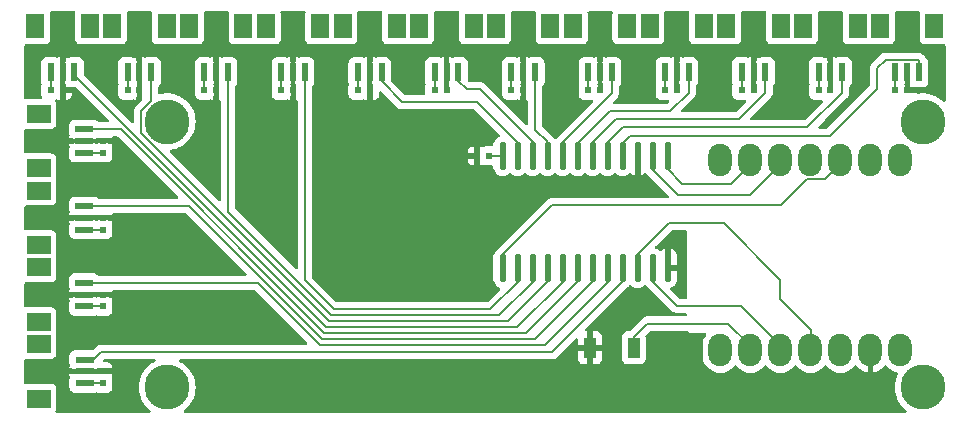
<source format=gbr>
%TF.GenerationSoftware,KiCad,Pcbnew,8.0.1*%
%TF.CreationDate,2025-02-04T00:39:20-05:00*%
%TF.ProjectId,glove-v3-right,676c6f76-652d-4763-932d-72696768742e,rev?*%
%TF.SameCoordinates,Original*%
%TF.FileFunction,Copper,L1,Top*%
%TF.FilePolarity,Positive*%
%FSLAX46Y46*%
G04 Gerber Fmt 4.6, Leading zero omitted, Abs format (unit mm)*
G04 Created by KiCad (PCBNEW 8.0.1) date 2025-02-04 00:39:20*
%MOMM*%
%LPD*%
G01*
G04 APERTURE LIST*
G04 Aperture macros list*
%AMRoundRect*
0 Rectangle with rounded corners*
0 $1 Rounding radius*
0 $2 $3 $4 $5 $6 $7 $8 $9 X,Y pos of 4 corners*
0 Add a 4 corners polygon primitive as box body*
4,1,4,$2,$3,$4,$5,$6,$7,$8,$9,$2,$3,0*
0 Add four circle primitives for the rounded corners*
1,1,$1+$1,$2,$3*
1,1,$1+$1,$4,$5*
1,1,$1+$1,$6,$7*
1,1,$1+$1,$8,$9*
0 Add four rect primitives between the rounded corners*
20,1,$1+$1,$2,$3,$4,$5,0*
20,1,$1+$1,$4,$5,$6,$7,0*
20,1,$1+$1,$6,$7,$8,$9,0*
20,1,$1+$1,$8,$9,$2,$3,0*%
G04 Aperture macros list end*
%TA.AperFunction,SMDPad,CuDef*%
%ADD10R,0.600000X0.600000*%
%TD*%
%TA.AperFunction,SMDPad,CuDef*%
%ADD11R,0.600000X1.550000*%
%TD*%
%TA.AperFunction,SMDPad,CuDef*%
%ADD12R,1.500000X2.000000*%
%TD*%
%TA.AperFunction,ComponentPad*%
%ADD13C,3.800000*%
%TD*%
%TA.AperFunction,SMDPad,CuDef*%
%ADD14R,1.550000X0.600000*%
%TD*%
%TA.AperFunction,SMDPad,CuDef*%
%ADD15R,2.000000X1.500000*%
%TD*%
%TA.AperFunction,SMDPad,CuDef*%
%ADD16R,1.000000X1.800000*%
%TD*%
%TA.AperFunction,SMDPad,CuDef*%
%ADD17RoundRect,1.000000X-0.000010X0.375000X-0.000010X-0.375000X0.000010X-0.375000X0.000010X0.375000X0*%
%TD*%
%TA.AperFunction,ComponentPad*%
%ADD18C,1.524000*%
%TD*%
%TA.AperFunction,SMDPad,CuDef*%
%ADD19O,0.570000X2.390000*%
%TD*%
%TA.AperFunction,ViaPad*%
%ADD20C,0.450000*%
%TD*%
%TA.AperFunction,Conductor*%
%ADD21C,0.200000*%
%TD*%
G04 APERTURE END LIST*
D10*
%TO.P,C11,1*%
%TO.N,GND*%
X150700000Y-31900000D03*
%TO.P,C11,2*%
%TO.N,+3V3*%
X149700000Y-31900000D03*
%TD*%
%TO.P,C14,1*%
%TO.N,GND*%
X170200000Y-31900000D03*
%TO.P,C14,2*%
%TO.N,+3V3*%
X169200000Y-31900000D03*
%TD*%
%TO.P,C15,1*%
%TO.N,GND*%
X176700000Y-31900000D03*
%TO.P,C15,2*%
%TO.N,+3V3*%
X175700000Y-31900000D03*
%TD*%
D11*
%TO.P,H13,1,1*%
%TO.N,/HALL_13*%
X164700000Y-30380000D03*
%TO.P,H13,2,2*%
%TO.N,GND*%
X163700000Y-30380000D03*
%TO.P,H13,3,3*%
%TO.N,+3V3*%
X162700000Y-30380000D03*
D12*
%TO.P,H13,4*%
%TO.N,N/C*%
X161400000Y-26500000D03*
%TO.P,H13,5*%
X166000000Y-26500000D03*
%TD*%
D13*
%TO.P,REF\u002A\u002A,1*%
%TO.N,N/C*%
X114050000Y-34550000D03*
%TD*%
D11*
%TO.P,H9,1,1*%
%TO.N,/HALL_9*%
X138700000Y-30380000D03*
%TO.P,H9,2,2*%
%TO.N,GND*%
X137700000Y-30380000D03*
%TO.P,H9,3,3*%
%TO.N,+3V3*%
X136700000Y-30380000D03*
D12*
%TO.P,H9,4*%
%TO.N,N/C*%
X135400000Y-26500000D03*
%TO.P,H9,5*%
X140000000Y-26500000D03*
%TD*%
D11*
%TO.P,H14,1,1*%
%TO.N,/HALL_14*%
X171200000Y-30380000D03*
%TO.P,H14,2,2*%
%TO.N,GND*%
X170200000Y-30380000D03*
%TO.P,H14,3,3*%
%TO.N,+3V3*%
X169200000Y-30380000D03*
D12*
%TO.P,H14,4*%
%TO.N,N/C*%
X167900000Y-26500000D03*
%TO.P,H14,5*%
X172500000Y-26500000D03*
%TD*%
D14*
%TO.P,H2,1,1*%
%TO.N,/HALL_2*%
X107040000Y-41700000D03*
%TO.P,H2,2,2*%
%TO.N,GND*%
X107040000Y-42700000D03*
%TO.P,H2,3,3*%
%TO.N,+3V3*%
X107040000Y-43700000D03*
D15*
%TO.P,H2,4*%
%TO.N,N/C*%
X103160000Y-45000000D03*
%TO.P,H2,5*%
X103160000Y-40400000D03*
%TD*%
D10*
%TO.P,C3,1*%
%TO.N,GND*%
X108600000Y-36200000D03*
%TO.P,C3,2*%
%TO.N,+3V3*%
X108600000Y-37200000D03*
%TD*%
%TO.P,C5,1*%
%TO.N,GND*%
X111700000Y-31900000D03*
%TO.P,C5,2*%
%TO.N,+3V3*%
X110700000Y-31900000D03*
%TD*%
D14*
%TO.P,H3,1,1*%
%TO.N,/HALL_3*%
X107040000Y-35200000D03*
%TO.P,H3,2,2*%
%TO.N,GND*%
X107040000Y-36200000D03*
%TO.P,H3,3,3*%
%TO.N,+3V3*%
X107040000Y-37200000D03*
D15*
%TO.P,H3,4*%
%TO.N,N/C*%
X103160000Y-38500000D03*
%TO.P,H3,5*%
X103160000Y-33900000D03*
%TD*%
D10*
%TO.P,C0,1*%
%TO.N,GND*%
X108600000Y-55700000D03*
%TO.P,C0,2*%
%TO.N,+3V3*%
X108600000Y-56700000D03*
%TD*%
D16*
%TO.P,U3,1*%
%TO.N,Net-(U1-PA7_A8_D8_SCK)*%
X153550000Y-53700000D03*
%TO.P,U3,2*%
%TO.N,GND*%
X149850000Y-53700000D03*
%TD*%
D13*
%TO.P,REF\u002A\u002A,1*%
%TO.N,N/C*%
X178050000Y-57050000D03*
%TD*%
D10*
%TO.P,C9,1*%
%TO.N,GND*%
X137700000Y-31900000D03*
%TO.P,C9,2*%
%TO.N,+3V3*%
X136700000Y-31900000D03*
%TD*%
%TO.P,C4,1*%
%TO.N,GND*%
X105200000Y-31900000D03*
%TO.P,C4,2*%
%TO.N,+3V3*%
X104200000Y-31900000D03*
%TD*%
D11*
%TO.P,H10,1,1*%
%TO.N,/HALL_10*%
X145200000Y-30380000D03*
%TO.P,H10,2,2*%
%TO.N,GND*%
X144200000Y-30380000D03*
%TO.P,H10,3,3*%
%TO.N,+3V3*%
X143200000Y-30380000D03*
D12*
%TO.P,H10,4*%
%TO.N,N/C*%
X141900000Y-26500000D03*
%TO.P,H10,5*%
X146500000Y-26500000D03*
%TD*%
D11*
%TO.P,H12,1,1*%
%TO.N,/HALL_12*%
X158200000Y-30380000D03*
%TO.P,H12,2,2*%
%TO.N,GND*%
X157200000Y-30380000D03*
%TO.P,H12,3,3*%
%TO.N,+3V3*%
X156200000Y-30380000D03*
D12*
%TO.P,H12,4*%
%TO.N,N/C*%
X154900000Y-26500000D03*
%TO.P,H12,5*%
X159500000Y-26500000D03*
%TD*%
D13*
%TO.P,REF\u002A\u002A,1*%
%TO.N,N/C*%
X114050000Y-57050000D03*
%TD*%
D10*
%TO.P,C12,1*%
%TO.N,GND*%
X157200000Y-31900000D03*
%TO.P,C12,2*%
%TO.N,+3V3*%
X156200000Y-31900000D03*
%TD*%
D14*
%TO.P,H1,1,1*%
%TO.N,/HALL_1*%
X107040000Y-48200000D03*
%TO.P,H1,2,2*%
%TO.N,GND*%
X107040000Y-49200000D03*
%TO.P,H1,3,3*%
%TO.N,+3V3*%
X107040000Y-50200000D03*
D15*
%TO.P,H1,4*%
%TO.N,N/C*%
X103160000Y-51500000D03*
%TO.P,H1,5*%
X103160000Y-46900000D03*
%TD*%
D10*
%TO.P,C8,1*%
%TO.N,GND*%
X131200000Y-31900000D03*
%TO.P,C8,2*%
%TO.N,+3V3*%
X130200000Y-31900000D03*
%TD*%
%TO.P,C1,1*%
%TO.N,GND*%
X108600000Y-49200000D03*
%TO.P,C1,2*%
%TO.N,+3V3*%
X108600000Y-50200000D03*
%TD*%
D17*
%TO.P,U1,1,PA02_A0_D0*%
%TO.N,unconnected-(U1-PA02_A0_D0-Pad1)*%
X176134400Y-37765800D03*
D18*
X176150000Y-38150000D03*
D17*
%TO.P,U1,2,PA4_A1_D1*%
%TO.N,unconnected-(U1-PA4_A1_D1-Pad2)*%
X173594400Y-37765800D03*
D18*
X173610000Y-38150000D03*
D17*
%TO.P,U1,3,PA10_A2_D2*%
%TO.N,/MUX_OUT*%
X171054400Y-37765800D03*
D18*
X171070000Y-38150000D03*
D17*
%TO.P,U1,4,PA11_A3_D3*%
%TO.N,unconnected-(U1-PA11_A3_D3-Pad4)*%
X168514400Y-37765800D03*
D18*
X168530000Y-38150000D03*
D17*
%TO.P,U1,5,PA8_A4_D4_SDA*%
%TO.N,/S2*%
X165974400Y-37765800D03*
D18*
X165990000Y-38150000D03*
D17*
%TO.P,U1,6,PA9_A5_D5_SCL*%
%TO.N,/S3*%
X163434400Y-37765800D03*
D18*
X163450000Y-38150000D03*
D17*
%TO.P,U1,7,PB08_A6_D6_TX*%
%TO.N,unconnected-(U1-PB08_A6_D6_TX-Pad7)*%
X160894400Y-37765800D03*
D18*
X160910000Y-38150000D03*
%TO.P,U1,8,PB09_A7_D7_RX*%
%TO.N,unconnected-(U1-PB09_A7_D7_RX-Pad8)*%
X160910000Y-53542400D03*
D17*
X160894400Y-53930800D03*
D18*
%TO.P,U1,9,PA7_A8_D8_SCK*%
%TO.N,Net-(U1-PA7_A8_D8_SCK)*%
X163450000Y-53542400D03*
D17*
X163434400Y-53930800D03*
D18*
%TO.P,U1,10,PA5_A9_D9_MISO*%
%TO.N,/S1*%
X165990000Y-53542400D03*
D17*
X165974400Y-53930800D03*
D18*
%TO.P,U1,11,PA6_A10_D10_MOSI*%
%TO.N,/S0*%
X168530000Y-53542400D03*
D17*
X168514400Y-53930800D03*
D18*
%TO.P,U1,12,3V3*%
%TO.N,+3V3*%
X171070000Y-53542400D03*
D17*
X171054400Y-53930800D03*
D18*
%TO.P,U1,13,GND*%
%TO.N,GND*%
X173610000Y-53542400D03*
D17*
X173594400Y-53930800D03*
D18*
%TO.P,U1,14,5V*%
%TO.N,unconnected-(U1-5V-Pad14)*%
X176150000Y-53542400D03*
D17*
X176134400Y-53930800D03*
%TD*%
D10*
%TO.P,C2,1*%
%TO.N,GND*%
X108600000Y-42700000D03*
%TO.P,C2,2*%
%TO.N,+3V3*%
X108600000Y-43700000D03*
%TD*%
%TO.P,C13,1*%
%TO.N,GND*%
X163700000Y-31900000D03*
%TO.P,C13,2*%
%TO.N,+3V3*%
X162700000Y-31900000D03*
%TD*%
%TO.P,C6,1*%
%TO.N,GND*%
X118200000Y-31900000D03*
%TO.P,C6,2*%
%TO.N,+3V3*%
X117200000Y-31900000D03*
%TD*%
D11*
%TO.P,H11,1,1*%
%TO.N,/HALL_11*%
X151700000Y-30380000D03*
%TO.P,H11,2,2*%
%TO.N,GND*%
X150700000Y-30380000D03*
%TO.P,H11,3,3*%
%TO.N,+3V3*%
X149700000Y-30380000D03*
D12*
%TO.P,H11,4*%
%TO.N,N/C*%
X148400000Y-26500000D03*
%TO.P,H11,5*%
X153000000Y-26500000D03*
%TD*%
D19*
%TO.P,U2,1,COMMONINPUT/OUTPUT*%
%TO.N,/MUX_OUT*%
X142460000Y-46940000D03*
%TO.P,U2,2,I7*%
%TO.N,/HALL_7*%
X143730000Y-46940000D03*
%TO.P,U2,3,I6*%
%TO.N,/HALL_6*%
X145000000Y-46940000D03*
%TO.P,U2,4,I5*%
%TO.N,/HALL_5*%
X146270000Y-46940000D03*
%TO.P,U2,5,I4*%
%TO.N,/HALL_4*%
X147540000Y-46940000D03*
%TO.P,U2,6,I3*%
%TO.N,/HALL_3*%
X148820000Y-46940000D03*
%TO.P,U2,7,I2*%
%TO.N,/HALL_2*%
X150080000Y-46940000D03*
%TO.P,U2,8,I1*%
%TO.N,/HALL_1*%
X151350000Y-46940000D03*
%TO.P,U2,9,I0*%
%TO.N,/HALL_0*%
X152620000Y-46940000D03*
%TO.P,U2,10,S0*%
%TO.N,/S0*%
X153890000Y-46940000D03*
%TO.P,U2,11,S1*%
%TO.N,/S1*%
X155160000Y-46940000D03*
%TO.P,U2,12,GND*%
%TO.N,GND*%
X156440000Y-46940000D03*
%TO.P,U2,13,S3*%
%TO.N,/S3*%
X156440000Y-37460000D03*
%TO.P,U2,14,S2*%
%TO.N,/S2*%
X155160000Y-37460000D03*
%TO.P,U2,15,~{E}*%
%TO.N,GND*%
X153890000Y-37460000D03*
%TO.P,U2,16,I15*%
%TO.N,/HALL_15*%
X152620000Y-37460000D03*
%TO.P,U2,17,I14*%
%TO.N,/HALL_14*%
X151350000Y-37460000D03*
%TO.P,U2,18,I13*%
%TO.N,/HALL_13*%
X150080000Y-37460000D03*
%TO.P,U2,19,I12*%
%TO.N,/HALL_12*%
X148820000Y-37460000D03*
%TO.P,U2,20,I11*%
%TO.N,/HALL_11*%
X147540000Y-37460000D03*
%TO.P,U2,21,I10*%
%TO.N,/HALL_10*%
X146270000Y-37460000D03*
%TO.P,U2,22,I9*%
%TO.N,/HALL_9*%
X145000000Y-37460000D03*
%TO.P,U2,23,I8*%
%TO.N,/HALL_8*%
X143730000Y-37460000D03*
%TO.P,U2,24,VCC*%
%TO.N,+3V3*%
X142460000Y-37460000D03*
%TD*%
D11*
%TO.P,H6,1,1*%
%TO.N,/HALL_6*%
X119200000Y-30380000D03*
%TO.P,H6,2,2*%
%TO.N,GND*%
X118200000Y-30380000D03*
%TO.P,H6,3,3*%
%TO.N,+3V3*%
X117200000Y-30380000D03*
D12*
%TO.P,H6,4*%
%TO.N,N/C*%
X115900000Y-26500000D03*
%TO.P,H6,5*%
X120500000Y-26500000D03*
%TD*%
D11*
%TO.P,H7,1,1*%
%TO.N,/HALL_7*%
X125700000Y-30380000D03*
%TO.P,H7,2,2*%
%TO.N,GND*%
X124700000Y-30380000D03*
%TO.P,H7,3,3*%
%TO.N,+3V3*%
X123700000Y-30380000D03*
D12*
%TO.P,H7,4*%
%TO.N,N/C*%
X122400000Y-26500000D03*
%TO.P,H7,5*%
X127000000Y-26500000D03*
%TD*%
D11*
%TO.P,H5,1,1*%
%TO.N,/HALL_5*%
X112700000Y-30380000D03*
%TO.P,H5,2,2*%
%TO.N,GND*%
X111700000Y-30380000D03*
%TO.P,H5,3,3*%
%TO.N,+3V3*%
X110700000Y-30380000D03*
D12*
%TO.P,H5,4*%
%TO.N,N/C*%
X109400000Y-26500000D03*
%TO.P,H5,5*%
X114000000Y-26500000D03*
%TD*%
D11*
%TO.P,H4,1,1*%
%TO.N,/HALL_4*%
X106200000Y-30380000D03*
%TO.P,H4,2,2*%
%TO.N,GND*%
X105200000Y-30380000D03*
%TO.P,H4,3,3*%
%TO.N,+3V3*%
X104200000Y-30380000D03*
D12*
%TO.P,H4,4*%
%TO.N,N/C*%
X102900000Y-26500000D03*
%TO.P,H4,5*%
X107500000Y-26500000D03*
%TD*%
D14*
%TO.P,H0,1,1*%
%TO.N,/HALL_0*%
X107052500Y-54700000D03*
%TO.P,H0,2,2*%
%TO.N,GND*%
X107052500Y-55700000D03*
%TO.P,H0,3,3*%
%TO.N,+3V3*%
X107052500Y-56700000D03*
D15*
%TO.P,H0,4*%
%TO.N,N/C*%
X103172500Y-58000000D03*
%TO.P,H0,5*%
X103172500Y-53400000D03*
%TD*%
D11*
%TO.P,H8,1,1*%
%TO.N,/HALL_8*%
X132200000Y-30380000D03*
%TO.P,H8,2,2*%
%TO.N,GND*%
X131200000Y-30380000D03*
%TO.P,H8,3,3*%
%TO.N,+3V3*%
X130200000Y-30380000D03*
D12*
%TO.P,H8,4*%
%TO.N,N/C*%
X128900000Y-26500000D03*
%TO.P,H8,5*%
X133500000Y-26500000D03*
%TD*%
D10*
%TO.P,C10,1*%
%TO.N,GND*%
X144200000Y-31900000D03*
%TO.P,C10,2*%
%TO.N,+3V3*%
X143200000Y-31900000D03*
%TD*%
D11*
%TO.P,H15,1,1*%
%TO.N,/HALL_15*%
X177700000Y-30380000D03*
%TO.P,H15,2,2*%
%TO.N,GND*%
X176700000Y-30380000D03*
%TO.P,H15,3,3*%
%TO.N,+3V3*%
X175700000Y-30380000D03*
D12*
%TO.P,H15,4*%
%TO.N,N/C*%
X174400000Y-26500000D03*
%TO.P,H15,5*%
X179000000Y-26500000D03*
%TD*%
D10*
%TO.P,C16,1*%
%TO.N,+3V3*%
X141300000Y-37460000D03*
%TO.P,C16,2*%
%TO.N,GND*%
X140300000Y-37460000D03*
%TD*%
%TO.P,C7,1*%
%TO.N,GND*%
X124700000Y-31900000D03*
%TO.P,C7,2*%
%TO.N,+3V3*%
X123700000Y-31900000D03*
%TD*%
D13*
%TO.P,REF\u002A\u002A,1*%
%TO.N,N/C*%
X178050000Y-34550000D03*
%TD*%
D20*
%TO.N,GND*%
X107040000Y-49200000D03*
X105200000Y-30380000D03*
X170200000Y-30380000D03*
X131200000Y-30380000D03*
X118200000Y-30380000D03*
X107052500Y-55700000D03*
X107040000Y-36200000D03*
X157200000Y-30380000D03*
X144200000Y-30380000D03*
X107040000Y-42700000D03*
X176700000Y-30380000D03*
X124700000Y-30380000D03*
X153890000Y-37460000D03*
X150700000Y-30380000D03*
X163700000Y-30380000D03*
X140300000Y-37460000D03*
X111700000Y-30380000D03*
X137700000Y-30380000D03*
X156440000Y-46940000D03*
%TO.N,+3V3*%
X130200000Y-30380000D03*
X169200000Y-30380000D03*
X123700000Y-30380000D03*
X162700000Y-30380000D03*
X110700000Y-30380000D03*
X149700000Y-30380000D03*
X136700000Y-30380000D03*
X107040000Y-43700000D03*
X142460000Y-37460000D03*
X156200000Y-30380000D03*
X104200000Y-30380000D03*
X175700000Y-30380000D03*
X107040000Y-37200000D03*
X143200000Y-30380000D03*
X107040000Y-50200000D03*
X117200000Y-30380000D03*
X107052500Y-56700000D03*
%TD*%
D21*
%TO.N,/HALL_0*%
X146650000Y-54050000D02*
X152620000Y-48080000D01*
X108450000Y-54050000D02*
X146650000Y-54050000D01*
X152620000Y-48080000D02*
X152620000Y-46940000D01*
X107800000Y-54700000D02*
X108450000Y-54050000D01*
X107052500Y-54700000D02*
X107800000Y-54700000D01*
%TO.N,GND*%
X107040000Y-36200000D02*
X108600000Y-36200000D01*
X107040000Y-42700000D02*
X108600000Y-42700000D01*
X107040000Y-49200000D02*
X108600000Y-49200000D01*
X131200000Y-30380000D02*
X131200000Y-31900000D01*
X150700000Y-30380000D02*
X150700000Y-31900000D01*
X124700000Y-30380000D02*
X124700000Y-31900000D01*
X144200000Y-30380000D02*
X144200000Y-31900000D01*
X107052500Y-55700000D02*
X108600000Y-55700000D01*
X170200000Y-30380000D02*
X170200000Y-31900000D01*
X176700000Y-30380000D02*
X176700000Y-31900000D01*
X163700000Y-30380000D02*
X163700000Y-31900000D01*
X157200000Y-30380000D02*
X157200000Y-31900000D01*
X118200000Y-30380000D02*
X118200000Y-31900000D01*
X137700000Y-30380000D02*
X137700000Y-31900000D01*
X105200000Y-30380000D02*
X105200000Y-31900000D01*
X111700000Y-30380000D02*
X111700000Y-31900000D01*
%TO.N,+3V3*%
X123700000Y-31900000D02*
X123700000Y-30380000D01*
X107052500Y-56700000D02*
X108600000Y-56700000D01*
X104200000Y-31900000D02*
X104200000Y-30380000D01*
X108600000Y-37200000D02*
X107040000Y-37200000D01*
X108600000Y-43700000D02*
X107040000Y-43700000D01*
X149700000Y-31900000D02*
X149700000Y-30380000D01*
X130200000Y-31900000D02*
X130200000Y-30380000D01*
X175700000Y-30380000D02*
X175700000Y-31900000D01*
X136700000Y-31900000D02*
X136700000Y-30380000D01*
X108600000Y-50200000D02*
X107040000Y-50200000D01*
X117200000Y-31900000D02*
X117200000Y-30380000D01*
X141300000Y-37460000D02*
X142460000Y-37460000D01*
X169200000Y-30380000D02*
X169200000Y-31900000D01*
X110700000Y-31900000D02*
X110700000Y-30380000D01*
X162700000Y-31900000D02*
X162700000Y-30380000D01*
X156200000Y-31900000D02*
X156200000Y-30380000D01*
X143200000Y-31900000D02*
X143200000Y-30380000D01*
%TO.N,/S0*%
X168530000Y-52159822D02*
X168530000Y-53542400D01*
X165974400Y-49604222D02*
X168530000Y-52159822D01*
X153890000Y-46940000D02*
X153890000Y-45760000D01*
X156500000Y-43150000D02*
X161200022Y-43150000D01*
X165974400Y-47924378D02*
X165974400Y-49604222D01*
X161200022Y-43150000D02*
X165974400Y-47924378D01*
X153890000Y-45760000D02*
X156500000Y-43150000D01*
%TO.N,/S2*%
X163390000Y-40750000D02*
X165990000Y-38150000D01*
X157300000Y-40750000D02*
X163390000Y-40750000D01*
X155160000Y-38610000D02*
X157300000Y-40750000D01*
X155160000Y-37460000D02*
X155160000Y-38610000D01*
%TO.N,/S1*%
X165990000Y-53542400D02*
X162597600Y-50150000D01*
X162597600Y-50150000D02*
X157200000Y-50150000D01*
X155160000Y-48110000D02*
X155160000Y-46940000D01*
X157200000Y-50150000D02*
X155160000Y-48110000D01*
%TO.N,/MUX_OUT*%
X168259200Y-39440800D02*
X166050000Y-41650000D01*
X169779200Y-39440800D02*
X168259200Y-39440800D01*
X166050000Y-41650000D02*
X146600000Y-41650000D01*
X171070000Y-38150000D02*
X169779200Y-39440800D01*
X142460000Y-45790000D02*
X142460000Y-46940000D01*
X146600000Y-41650000D02*
X142460000Y-45790000D01*
%TO.N,/S3*%
X161800000Y-39800000D02*
X157650000Y-39800000D01*
X157650000Y-39800000D02*
X156440000Y-38590000D01*
X163450000Y-38150000D02*
X161800000Y-39800000D01*
X156440000Y-38590000D02*
X156440000Y-37460000D01*
%TO.N,/HALL_9*%
X138700000Y-30380000D02*
X138700000Y-31100000D01*
X138700000Y-31100000D02*
X139400000Y-31800000D01*
X140500000Y-31800000D02*
X145000000Y-36300000D01*
X145000000Y-36300000D02*
X145000000Y-37460000D01*
X139400000Y-31800000D02*
X140500000Y-31800000D01*
%TO.N,/HALL_10*%
X146270000Y-36320000D02*
X146270000Y-37460000D01*
X145200000Y-30380000D02*
X145200000Y-35250000D01*
X145200000Y-35250000D02*
X146270000Y-36320000D01*
%TO.N,/HALL_15*%
X170150000Y-35750000D02*
X153200000Y-35750000D01*
X177600000Y-29305000D02*
X174895000Y-29305000D01*
X153200000Y-35750000D02*
X152620000Y-36330000D01*
X174150000Y-30050000D02*
X174150000Y-31750000D01*
X174150000Y-31750000D02*
X170150000Y-35750000D01*
X177700000Y-30380000D02*
X177700000Y-29405000D01*
X177700000Y-29405000D02*
X177600000Y-29305000D01*
X174895000Y-29305000D02*
X174150000Y-30050000D01*
X152620000Y-36330000D02*
X152620000Y-37460000D01*
%TO.N,/HALL_12*%
X156650000Y-33650000D02*
X151500000Y-33650000D01*
X151500000Y-33650000D02*
X148820000Y-36330000D01*
X148820000Y-36330000D02*
X148820000Y-37460000D01*
X158200000Y-32100000D02*
X156650000Y-33650000D01*
X158200000Y-30380000D02*
X158200000Y-32100000D01*
%TO.N,/HALL_3*%
X127350000Y-52450000D02*
X144450000Y-52450000D01*
X110100000Y-35200000D02*
X127350000Y-52450000D01*
X107040000Y-35200000D02*
X110100000Y-35200000D01*
X148820000Y-48080000D02*
X148820000Y-46940000D01*
X144450000Y-52450000D02*
X148820000Y-48080000D01*
%TO.N,/HALL_14*%
X171200000Y-32100000D02*
X168250000Y-35050000D01*
X171200000Y-30380000D02*
X171200000Y-32100000D01*
X152600000Y-35050000D02*
X151350000Y-36300000D01*
X151350000Y-36300000D02*
X151350000Y-37460000D01*
X168250000Y-35050000D02*
X152600000Y-35050000D01*
%TO.N,/HALL_2*%
X107040000Y-41700000D02*
X115900000Y-41700000D01*
X127150000Y-52950000D02*
X145200000Y-52950000D01*
X150080000Y-48070000D02*
X150080000Y-46940000D01*
X145200000Y-52950000D02*
X150080000Y-48070000D01*
X115900000Y-41700000D02*
X127150000Y-52950000D01*
%TO.N,/HALL_6*%
X127950000Y-50950000D02*
X142150000Y-50950000D01*
X145000000Y-48100000D02*
X145000000Y-46940000D01*
X119200000Y-30380000D02*
X119200000Y-42200000D01*
X119200000Y-42200000D02*
X127950000Y-50950000D01*
X142150000Y-50950000D02*
X145000000Y-48100000D01*
%TO.N,/HALL_4*%
X106200000Y-30380000D02*
X106200000Y-30640000D01*
X143700000Y-51950000D02*
X147540000Y-48110000D01*
X106200000Y-30640000D02*
X127510000Y-51950000D01*
X127510000Y-51950000D02*
X143700000Y-51950000D01*
X147540000Y-48110000D02*
X147540000Y-46940000D01*
%TO.N,/HALL_5*%
X111850000Y-33638730D02*
X111850000Y-35550000D01*
X112700000Y-30380000D02*
X112700000Y-32788730D01*
X127750000Y-51450000D02*
X142900000Y-51450000D01*
X111850000Y-35550000D02*
X127750000Y-51450000D01*
X112700000Y-32788730D02*
X111850000Y-33638730D01*
X142900000Y-51450000D02*
X146270000Y-48080000D01*
X146270000Y-48080000D02*
X146270000Y-46940000D01*
%TO.N,/HALL_1*%
X107040000Y-48200000D02*
X121700000Y-48200000D01*
X151350000Y-48100000D02*
X151350000Y-46940000D01*
X121700000Y-48200000D02*
X126950000Y-53450000D01*
X126950000Y-53450000D02*
X146000000Y-53450000D01*
X146000000Y-53450000D02*
X151350000Y-48100000D01*
%TO.N,/HALL_8*%
X140300000Y-32900000D02*
X143730000Y-36330000D01*
X133950000Y-32900000D02*
X140300000Y-32900000D01*
X132200000Y-30380000D02*
X132200000Y-31150000D01*
X132200000Y-31150000D02*
X133950000Y-32900000D01*
X143730000Y-36330000D02*
X143730000Y-37460000D01*
%TO.N,/HALL_11*%
X151700000Y-30380000D02*
X151700000Y-32150000D01*
X147540000Y-36310000D02*
X147540000Y-37460000D01*
X151700000Y-32150000D02*
X147540000Y-36310000D01*
%TO.N,/HALL_7*%
X141400000Y-50450000D02*
X143730000Y-48120000D01*
X125700000Y-48000000D02*
X128150000Y-50450000D01*
X125700000Y-30380000D02*
X125700000Y-48000000D01*
X143730000Y-48120000D02*
X143730000Y-46940000D01*
X128150000Y-50450000D02*
X141400000Y-50450000D01*
%TO.N,/HALL_13*%
X164700000Y-30380000D02*
X164700000Y-32100000D01*
X164700000Y-32100000D02*
X162450000Y-34350000D01*
X162450000Y-34350000D02*
X152050000Y-34350000D01*
X150080000Y-36320000D02*
X150080000Y-37460000D01*
X152050000Y-34350000D02*
X150080000Y-36320000D01*
%TO.N,Net-(U1-PA7_A8_D8_SCK)*%
X153550000Y-52800000D02*
X154700000Y-51650000D01*
X154700000Y-51650000D02*
X161557600Y-51650000D01*
X161557600Y-51650000D02*
X163450000Y-53542400D01*
X153550000Y-53700000D02*
X153550000Y-52800000D01*
%TD*%
%TA.AperFunction,Conductor*%
%TO.N,GND*%
G36*
X106215972Y-25220185D02*
G01*
X106261727Y-25272989D01*
X106271671Y-25342147D01*
X106265115Y-25367832D01*
X106255909Y-25392514D01*
X106255908Y-25392516D01*
X106249501Y-25452116D01*
X106249501Y-25452123D01*
X106249500Y-25452135D01*
X106249500Y-27547870D01*
X106249501Y-27547876D01*
X106255908Y-27607483D01*
X106306202Y-27742328D01*
X106306206Y-27742335D01*
X106392452Y-27857544D01*
X106392455Y-27857547D01*
X106507664Y-27943793D01*
X106507671Y-27943797D01*
X106642517Y-27994091D01*
X106642516Y-27994091D01*
X106649444Y-27994835D01*
X106702127Y-28000500D01*
X108297872Y-28000499D01*
X108357483Y-27994091D01*
X108406665Y-27975746D01*
X108476355Y-27970761D01*
X108493333Y-27975747D01*
X108542508Y-27994088D01*
X108542511Y-27994088D01*
X108542517Y-27994091D01*
X108602127Y-28000500D01*
X110197872Y-28000499D01*
X110257483Y-27994091D01*
X110392331Y-27943796D01*
X110507546Y-27857546D01*
X110593796Y-27742331D01*
X110644091Y-27607483D01*
X110650500Y-27547873D01*
X110650499Y-25452128D01*
X110644091Y-25392517D01*
X110644090Y-25392514D01*
X110634885Y-25367832D01*
X110629901Y-25298140D01*
X110663387Y-25236818D01*
X110724711Y-25203333D01*
X110751067Y-25200500D01*
X112648933Y-25200500D01*
X112715972Y-25220185D01*
X112761727Y-25272989D01*
X112771671Y-25342147D01*
X112765115Y-25367832D01*
X112755909Y-25392514D01*
X112755908Y-25392516D01*
X112749501Y-25452116D01*
X112749501Y-25452123D01*
X112749500Y-25452135D01*
X112749500Y-27547870D01*
X112749501Y-27547876D01*
X112755908Y-27607483D01*
X112806202Y-27742328D01*
X112806206Y-27742335D01*
X112892452Y-27857544D01*
X112892455Y-27857547D01*
X113007664Y-27943793D01*
X113007671Y-27943797D01*
X113142517Y-27994091D01*
X113142516Y-27994091D01*
X113149444Y-27994835D01*
X113202127Y-28000500D01*
X114797872Y-28000499D01*
X114857483Y-27994091D01*
X114906665Y-27975746D01*
X114976355Y-27970761D01*
X114993333Y-27975747D01*
X115042508Y-27994088D01*
X115042511Y-27994088D01*
X115042517Y-27994091D01*
X115102127Y-28000500D01*
X116697872Y-28000499D01*
X116757483Y-27994091D01*
X116892331Y-27943796D01*
X117007546Y-27857546D01*
X117093796Y-27742331D01*
X117144091Y-27607483D01*
X117150500Y-27547873D01*
X117150499Y-25452128D01*
X117144091Y-25392517D01*
X117144090Y-25392514D01*
X117134885Y-25367832D01*
X117129901Y-25298140D01*
X117163387Y-25236818D01*
X117224711Y-25203333D01*
X117251067Y-25200500D01*
X119148933Y-25200500D01*
X119215972Y-25220185D01*
X119261727Y-25272989D01*
X119271671Y-25342147D01*
X119265115Y-25367832D01*
X119255909Y-25392514D01*
X119255908Y-25392516D01*
X119249501Y-25452116D01*
X119249501Y-25452123D01*
X119249500Y-25452135D01*
X119249500Y-27547870D01*
X119249501Y-27547876D01*
X119255908Y-27607483D01*
X119306202Y-27742328D01*
X119306206Y-27742335D01*
X119392452Y-27857544D01*
X119392455Y-27857547D01*
X119507664Y-27943793D01*
X119507671Y-27943797D01*
X119642517Y-27994091D01*
X119642516Y-27994091D01*
X119649444Y-27994835D01*
X119702127Y-28000500D01*
X121297872Y-28000499D01*
X121357483Y-27994091D01*
X121406665Y-27975746D01*
X121476355Y-27970761D01*
X121493333Y-27975747D01*
X121542508Y-27994088D01*
X121542511Y-27994088D01*
X121542517Y-27994091D01*
X121602127Y-28000500D01*
X123197872Y-28000499D01*
X123257483Y-27994091D01*
X123392331Y-27943796D01*
X123507546Y-27857546D01*
X123593796Y-27742331D01*
X123644091Y-27607483D01*
X123650500Y-27547873D01*
X123650499Y-25452128D01*
X123644091Y-25392517D01*
X123644090Y-25392514D01*
X123634885Y-25367832D01*
X123629901Y-25298140D01*
X123663387Y-25236818D01*
X123724711Y-25203333D01*
X123751067Y-25200500D01*
X125648933Y-25200500D01*
X125715972Y-25220185D01*
X125761727Y-25272989D01*
X125771671Y-25342147D01*
X125765115Y-25367832D01*
X125755909Y-25392514D01*
X125755908Y-25392516D01*
X125749501Y-25452116D01*
X125749501Y-25452123D01*
X125749500Y-25452135D01*
X125749500Y-27547870D01*
X125749501Y-27547876D01*
X125755908Y-27607483D01*
X125806202Y-27742328D01*
X125806206Y-27742335D01*
X125892452Y-27857544D01*
X125892455Y-27857547D01*
X126007664Y-27943793D01*
X126007671Y-27943797D01*
X126142517Y-27994091D01*
X126142516Y-27994091D01*
X126149444Y-27994835D01*
X126202127Y-28000500D01*
X127797872Y-28000499D01*
X127857483Y-27994091D01*
X127906665Y-27975746D01*
X127976355Y-27970761D01*
X127993333Y-27975747D01*
X128042508Y-27994088D01*
X128042511Y-27994088D01*
X128042517Y-27994091D01*
X128102127Y-28000500D01*
X129697872Y-28000499D01*
X129757483Y-27994091D01*
X129892331Y-27943796D01*
X130007546Y-27857546D01*
X130093796Y-27742331D01*
X130144091Y-27607483D01*
X130150500Y-27547873D01*
X130150499Y-25452128D01*
X130144091Y-25392517D01*
X130144090Y-25392514D01*
X130134885Y-25367832D01*
X130129901Y-25298140D01*
X130163387Y-25236818D01*
X130224711Y-25203333D01*
X130251067Y-25200500D01*
X132148933Y-25200500D01*
X132215972Y-25220185D01*
X132261727Y-25272989D01*
X132271671Y-25342147D01*
X132265115Y-25367832D01*
X132255909Y-25392514D01*
X132255908Y-25392516D01*
X132249501Y-25452116D01*
X132249501Y-25452123D01*
X132249500Y-25452135D01*
X132249500Y-27547870D01*
X132249501Y-27547876D01*
X132255908Y-27607483D01*
X132306202Y-27742328D01*
X132306206Y-27742335D01*
X132392452Y-27857544D01*
X132392455Y-27857547D01*
X132507664Y-27943793D01*
X132507671Y-27943797D01*
X132642517Y-27994091D01*
X132642516Y-27994091D01*
X132649444Y-27994835D01*
X132702127Y-28000500D01*
X134297872Y-28000499D01*
X134357483Y-27994091D01*
X134406665Y-27975746D01*
X134476355Y-27970761D01*
X134493333Y-27975747D01*
X134542508Y-27994088D01*
X134542511Y-27994088D01*
X134542517Y-27994091D01*
X134602127Y-28000500D01*
X136197872Y-28000499D01*
X136257483Y-27994091D01*
X136392331Y-27943796D01*
X136507546Y-27857546D01*
X136593796Y-27742331D01*
X136644091Y-27607483D01*
X136650500Y-27547873D01*
X136650499Y-25452128D01*
X136644091Y-25392517D01*
X136644090Y-25392514D01*
X136634885Y-25367832D01*
X136629901Y-25298140D01*
X136663387Y-25236818D01*
X136724711Y-25203333D01*
X136751067Y-25200500D01*
X138648933Y-25200500D01*
X138715972Y-25220185D01*
X138761727Y-25272989D01*
X138771671Y-25342147D01*
X138765115Y-25367832D01*
X138755909Y-25392514D01*
X138755908Y-25392516D01*
X138749501Y-25452116D01*
X138749501Y-25452123D01*
X138749500Y-25452135D01*
X138749500Y-27547870D01*
X138749501Y-27547876D01*
X138755908Y-27607483D01*
X138806202Y-27742328D01*
X138806206Y-27742335D01*
X138892452Y-27857544D01*
X138892455Y-27857547D01*
X139007664Y-27943793D01*
X139007671Y-27943797D01*
X139142517Y-27994091D01*
X139142516Y-27994091D01*
X139149444Y-27994835D01*
X139202127Y-28000500D01*
X140797872Y-28000499D01*
X140857483Y-27994091D01*
X140906665Y-27975746D01*
X140976355Y-27970761D01*
X140993333Y-27975747D01*
X141042508Y-27994088D01*
X141042511Y-27994088D01*
X141042517Y-27994091D01*
X141102127Y-28000500D01*
X142697872Y-28000499D01*
X142757483Y-27994091D01*
X142892331Y-27943796D01*
X143007546Y-27857546D01*
X143093796Y-27742331D01*
X143144091Y-27607483D01*
X143150500Y-27547873D01*
X143150499Y-25452128D01*
X143144091Y-25392517D01*
X143144090Y-25392514D01*
X143134885Y-25367832D01*
X143129901Y-25298140D01*
X143163387Y-25236818D01*
X143224711Y-25203333D01*
X143251067Y-25200500D01*
X145148933Y-25200500D01*
X145215972Y-25220185D01*
X145261727Y-25272989D01*
X145271671Y-25342147D01*
X145265115Y-25367832D01*
X145255909Y-25392514D01*
X145255908Y-25392516D01*
X145249501Y-25452116D01*
X145249501Y-25452123D01*
X145249500Y-25452135D01*
X145249500Y-27547870D01*
X145249501Y-27547876D01*
X145255908Y-27607483D01*
X145306202Y-27742328D01*
X145306206Y-27742335D01*
X145392452Y-27857544D01*
X145392455Y-27857547D01*
X145507664Y-27943793D01*
X145507671Y-27943797D01*
X145642517Y-27994091D01*
X145642516Y-27994091D01*
X145649444Y-27994835D01*
X145702127Y-28000500D01*
X147297872Y-28000499D01*
X147357483Y-27994091D01*
X147406665Y-27975746D01*
X147476355Y-27970761D01*
X147493333Y-27975747D01*
X147542508Y-27994088D01*
X147542511Y-27994088D01*
X147542517Y-27994091D01*
X147602127Y-28000500D01*
X149197872Y-28000499D01*
X149257483Y-27994091D01*
X149392331Y-27943796D01*
X149507546Y-27857546D01*
X149593796Y-27742331D01*
X149644091Y-27607483D01*
X149650500Y-27547873D01*
X149650499Y-25452128D01*
X149644091Y-25392517D01*
X149644090Y-25392514D01*
X149634885Y-25367832D01*
X149629901Y-25298140D01*
X149663387Y-25236818D01*
X149724711Y-25203333D01*
X149751067Y-25200500D01*
X151648933Y-25200500D01*
X151715972Y-25220185D01*
X151761727Y-25272989D01*
X151771671Y-25342147D01*
X151765115Y-25367832D01*
X151755909Y-25392514D01*
X151755908Y-25392516D01*
X151749501Y-25452116D01*
X151749501Y-25452123D01*
X151749500Y-25452135D01*
X151749500Y-27547870D01*
X151749501Y-27547876D01*
X151755908Y-27607483D01*
X151806202Y-27742328D01*
X151806206Y-27742335D01*
X151892452Y-27857544D01*
X151892455Y-27857547D01*
X152007664Y-27943793D01*
X152007671Y-27943797D01*
X152142517Y-27994091D01*
X152142516Y-27994091D01*
X152149444Y-27994835D01*
X152202127Y-28000500D01*
X153797872Y-28000499D01*
X153857483Y-27994091D01*
X153906665Y-27975746D01*
X153976355Y-27970761D01*
X153993333Y-27975747D01*
X154042508Y-27994088D01*
X154042511Y-27994088D01*
X154042517Y-27994091D01*
X154102127Y-28000500D01*
X155697872Y-28000499D01*
X155757483Y-27994091D01*
X155892331Y-27943796D01*
X156007546Y-27857546D01*
X156093796Y-27742331D01*
X156144091Y-27607483D01*
X156150500Y-27547873D01*
X156150499Y-25452128D01*
X156144091Y-25392517D01*
X156144090Y-25392514D01*
X156134885Y-25367832D01*
X156129901Y-25298140D01*
X156163387Y-25236818D01*
X156224711Y-25203333D01*
X156251067Y-25200500D01*
X158148933Y-25200500D01*
X158215972Y-25220185D01*
X158261727Y-25272989D01*
X158271671Y-25342147D01*
X158265115Y-25367832D01*
X158255909Y-25392514D01*
X158255908Y-25392516D01*
X158249501Y-25452116D01*
X158249501Y-25452123D01*
X158249500Y-25452135D01*
X158249500Y-27547870D01*
X158249501Y-27547876D01*
X158255908Y-27607483D01*
X158306202Y-27742328D01*
X158306206Y-27742335D01*
X158392452Y-27857544D01*
X158392455Y-27857547D01*
X158507664Y-27943793D01*
X158507671Y-27943797D01*
X158642517Y-27994091D01*
X158642516Y-27994091D01*
X158649444Y-27994835D01*
X158702127Y-28000500D01*
X160297872Y-28000499D01*
X160357483Y-27994091D01*
X160406665Y-27975746D01*
X160476355Y-27970761D01*
X160493333Y-27975747D01*
X160542508Y-27994088D01*
X160542511Y-27994088D01*
X160542517Y-27994091D01*
X160602127Y-28000500D01*
X162197872Y-28000499D01*
X162257483Y-27994091D01*
X162392331Y-27943796D01*
X162507546Y-27857546D01*
X162593796Y-27742331D01*
X162644091Y-27607483D01*
X162650500Y-27547873D01*
X162650499Y-25452128D01*
X162644091Y-25392517D01*
X162644090Y-25392514D01*
X162634885Y-25367832D01*
X162629901Y-25298140D01*
X162663387Y-25236818D01*
X162724711Y-25203333D01*
X162751067Y-25200500D01*
X164648933Y-25200500D01*
X164715972Y-25220185D01*
X164761727Y-25272989D01*
X164771671Y-25342147D01*
X164765115Y-25367832D01*
X164755909Y-25392514D01*
X164755908Y-25392516D01*
X164749501Y-25452116D01*
X164749501Y-25452123D01*
X164749500Y-25452135D01*
X164749500Y-27547870D01*
X164749501Y-27547876D01*
X164755908Y-27607483D01*
X164806202Y-27742328D01*
X164806206Y-27742335D01*
X164892452Y-27857544D01*
X164892455Y-27857547D01*
X165007664Y-27943793D01*
X165007671Y-27943797D01*
X165142517Y-27994091D01*
X165142516Y-27994091D01*
X165149444Y-27994835D01*
X165202127Y-28000500D01*
X166797872Y-28000499D01*
X166857483Y-27994091D01*
X166906665Y-27975746D01*
X166976355Y-27970761D01*
X166993333Y-27975747D01*
X167042508Y-27994088D01*
X167042511Y-27994088D01*
X167042517Y-27994091D01*
X167102127Y-28000500D01*
X168697872Y-28000499D01*
X168757483Y-27994091D01*
X168892331Y-27943796D01*
X169007546Y-27857546D01*
X169093796Y-27742331D01*
X169144091Y-27607483D01*
X169150500Y-27547873D01*
X169150499Y-25452128D01*
X169144091Y-25392517D01*
X169144090Y-25392514D01*
X169134885Y-25367832D01*
X169129901Y-25298140D01*
X169163387Y-25236818D01*
X169224711Y-25203333D01*
X169251067Y-25200500D01*
X171148933Y-25200500D01*
X171215972Y-25220185D01*
X171261727Y-25272989D01*
X171271671Y-25342147D01*
X171265115Y-25367832D01*
X171255909Y-25392514D01*
X171255908Y-25392516D01*
X171249501Y-25452116D01*
X171249501Y-25452123D01*
X171249500Y-25452135D01*
X171249500Y-27547870D01*
X171249501Y-27547876D01*
X171255908Y-27607483D01*
X171306202Y-27742328D01*
X171306206Y-27742335D01*
X171392452Y-27857544D01*
X171392455Y-27857547D01*
X171507664Y-27943793D01*
X171507671Y-27943797D01*
X171642517Y-27994091D01*
X171642516Y-27994091D01*
X171649444Y-27994835D01*
X171702127Y-28000500D01*
X173297872Y-28000499D01*
X173357483Y-27994091D01*
X173406665Y-27975746D01*
X173476355Y-27970761D01*
X173493333Y-27975747D01*
X173542508Y-27994088D01*
X173542511Y-27994088D01*
X173542517Y-27994091D01*
X173602127Y-28000500D01*
X175197872Y-28000499D01*
X175257483Y-27994091D01*
X175392331Y-27943796D01*
X175507546Y-27857546D01*
X175593796Y-27742331D01*
X175644091Y-27607483D01*
X175650500Y-27547873D01*
X175650499Y-25452128D01*
X175644091Y-25392517D01*
X175644090Y-25392514D01*
X175634885Y-25367832D01*
X175629901Y-25298140D01*
X175663387Y-25236818D01*
X175724711Y-25203333D01*
X175751067Y-25200500D01*
X177648933Y-25200500D01*
X177715972Y-25220185D01*
X177761727Y-25272989D01*
X177771671Y-25342147D01*
X177765115Y-25367832D01*
X177755909Y-25392514D01*
X177755908Y-25392516D01*
X177749501Y-25452116D01*
X177749501Y-25452123D01*
X177749500Y-25452135D01*
X177749500Y-27547870D01*
X177749501Y-27547876D01*
X177755908Y-27607483D01*
X177806202Y-27742328D01*
X177806206Y-27742335D01*
X177892452Y-27857544D01*
X177892455Y-27857547D01*
X178007664Y-27943793D01*
X178007671Y-27943797D01*
X178142517Y-27994091D01*
X178142516Y-27994091D01*
X178149444Y-27994835D01*
X178202127Y-28000500D01*
X179797872Y-28000499D01*
X179812242Y-27998954D01*
X179881001Y-28011357D01*
X179932140Y-28058966D01*
X179949500Y-28122243D01*
X179949500Y-32754193D01*
X179929815Y-32821232D01*
X179877011Y-32866987D01*
X179807853Y-32876931D01*
X179744297Y-32847906D01*
X179740616Y-32844585D01*
X179583163Y-32696727D01*
X179583153Y-32696719D01*
X179338806Y-32519191D01*
X179338799Y-32519186D01*
X179338795Y-32519184D01*
X179074104Y-32373668D01*
X179074101Y-32373666D01*
X179074096Y-32373664D01*
X179074095Y-32373663D01*
X178793265Y-32262475D01*
X178793262Y-32262474D01*
X178500695Y-32187357D01*
X178201036Y-32149500D01*
X178201027Y-32149500D01*
X177898973Y-32149500D01*
X177898961Y-32149500D01*
X177604572Y-32186691D01*
X177535594Y-32175564D01*
X177501350Y-32151350D01*
X177500000Y-32150000D01*
X176624500Y-32150000D01*
X176557461Y-32130315D01*
X176511706Y-32077511D01*
X176500500Y-32026000D01*
X176500499Y-31552129D01*
X176500498Y-31552123D01*
X176498935Y-31537584D01*
X176494091Y-31492517D01*
X176467353Y-31420831D01*
X176462370Y-31351142D01*
X176467355Y-31334165D01*
X176494089Y-31262488D01*
X176494091Y-31262483D01*
X176500500Y-31202873D01*
X176500499Y-30253999D01*
X176520183Y-30186961D01*
X176572987Y-30141206D01*
X176624499Y-30130000D01*
X176775500Y-30130000D01*
X176842539Y-30149685D01*
X176888294Y-30202489D01*
X176899500Y-30254000D01*
X176899500Y-31202870D01*
X176899501Y-31202876D01*
X176905908Y-31262481D01*
X176908474Y-31269360D01*
X176942182Y-31359737D01*
X176950000Y-31403068D01*
X176950000Y-31650000D01*
X177294329Y-31650000D01*
X177307584Y-31650710D01*
X177352127Y-31655500D01*
X178047872Y-31655499D01*
X178107483Y-31649091D01*
X178242331Y-31598796D01*
X178357546Y-31512546D01*
X178443796Y-31397331D01*
X178494091Y-31262483D01*
X178500500Y-31202873D01*
X178500499Y-29557128D01*
X178494091Y-29497517D01*
X178443796Y-29362669D01*
X178443795Y-29362668D01*
X178443793Y-29362664D01*
X178357548Y-29247457D01*
X178357546Y-29247454D01*
X178357542Y-29247451D01*
X178357539Y-29247448D01*
X178280849Y-29190037D01*
X178247773Y-29152771D01*
X178180520Y-29036284D01*
X178068716Y-28924480D01*
X177968716Y-28824480D01*
X177881904Y-28774360D01*
X177881904Y-28774359D01*
X177881900Y-28774358D01*
X177831785Y-28745423D01*
X177679057Y-28704499D01*
X177520943Y-28704499D01*
X177513347Y-28704499D01*
X177513331Y-28704500D01*
X174974057Y-28704500D01*
X174815943Y-28704500D01*
X174663215Y-28745423D01*
X174663214Y-28745423D01*
X174663212Y-28745424D01*
X174663209Y-28745425D01*
X174613096Y-28774359D01*
X174613095Y-28774360D01*
X174569689Y-28799420D01*
X174526285Y-28824479D01*
X174526282Y-28824481D01*
X173669479Y-29681284D01*
X173649913Y-29715174D01*
X173641643Y-29729500D01*
X173590423Y-29818215D01*
X173549499Y-29970943D01*
X173549499Y-29970945D01*
X173549499Y-30139046D01*
X173549500Y-30139059D01*
X173549500Y-31449903D01*
X173529815Y-31516942D01*
X173513181Y-31537584D01*
X169937584Y-35113181D01*
X169876261Y-35146666D01*
X169849903Y-35149500D01*
X169299097Y-35149500D01*
X169232058Y-35129815D01*
X169186303Y-35077011D01*
X169176359Y-35007853D01*
X169205384Y-34944297D01*
X169211416Y-34937819D01*
X169772224Y-34377011D01*
X171558506Y-32590727D01*
X171558511Y-32590724D01*
X171568714Y-32580520D01*
X171568716Y-32580520D01*
X171680520Y-32468716D01*
X171731440Y-32380520D01*
X171759577Y-32331785D01*
X171800501Y-32179057D01*
X171800501Y-32020943D01*
X171800501Y-32020942D01*
X171800501Y-32013348D01*
X171800500Y-32013330D01*
X171800500Y-31617320D01*
X171820185Y-31550281D01*
X171850192Y-31518051D01*
X171857546Y-31512546D01*
X171943796Y-31397331D01*
X171994091Y-31262483D01*
X172000500Y-31202873D01*
X172000499Y-29557128D01*
X171994091Y-29497517D01*
X171943796Y-29362669D01*
X171943795Y-29362668D01*
X171943793Y-29362664D01*
X171857547Y-29247455D01*
X171857544Y-29247452D01*
X171742335Y-29161206D01*
X171742328Y-29161202D01*
X171607486Y-29110910D01*
X171607485Y-29110909D01*
X171607483Y-29110909D01*
X171547873Y-29104500D01*
X171547863Y-29104500D01*
X170852129Y-29104500D01*
X170852123Y-29104501D01*
X170792517Y-29110908D01*
X170742616Y-29129520D01*
X170672925Y-29134503D01*
X170655953Y-29129519D01*
X170607383Y-29111403D01*
X170607372Y-29111401D01*
X170547844Y-29105000D01*
X170450000Y-29105000D01*
X170450000Y-29356930D01*
X170442182Y-29400263D01*
X170405908Y-29497517D01*
X170399501Y-29557116D01*
X170399501Y-29557123D01*
X170399500Y-29557135D01*
X170399500Y-31202870D01*
X170399501Y-31202876D01*
X170405908Y-31262481D01*
X170408474Y-31269360D01*
X170442182Y-31359737D01*
X170450000Y-31403068D01*
X170450000Y-31949403D01*
X170430315Y-32016442D01*
X170413681Y-32037084D01*
X170337084Y-32113681D01*
X170275761Y-32147166D01*
X170249403Y-32150000D01*
X170124500Y-32150000D01*
X170057461Y-32130315D01*
X170011706Y-32077511D01*
X170000500Y-32026000D01*
X170000499Y-31552129D01*
X170000498Y-31552123D01*
X169998935Y-31537584D01*
X169994091Y-31492517D01*
X169967353Y-31420831D01*
X169962370Y-31351142D01*
X169967355Y-31334165D01*
X169994089Y-31262488D01*
X169994091Y-31262483D01*
X170000500Y-31202873D01*
X170000499Y-29557128D01*
X169994091Y-29497517D01*
X169957818Y-29400263D01*
X169950000Y-29356930D01*
X169950000Y-29105000D01*
X169852155Y-29105000D01*
X169792627Y-29111401D01*
X169792623Y-29111402D01*
X169744046Y-29129520D01*
X169674354Y-29134503D01*
X169657382Y-29129519D01*
X169607488Y-29110910D01*
X169607484Y-29110909D01*
X169607483Y-29110909D01*
X169547873Y-29104500D01*
X169547863Y-29104500D01*
X168852129Y-29104500D01*
X168852123Y-29104501D01*
X168792516Y-29110908D01*
X168657671Y-29161202D01*
X168657664Y-29161206D01*
X168542455Y-29247452D01*
X168542452Y-29247455D01*
X168456206Y-29362664D01*
X168456202Y-29362671D01*
X168405908Y-29497517D01*
X168399501Y-29557116D01*
X168399501Y-29557123D01*
X168399500Y-29557135D01*
X168399500Y-31202870D01*
X168399501Y-31202876D01*
X168405908Y-31262481D01*
X168408474Y-31269360D01*
X168432644Y-31334165D01*
X168432645Y-31334166D01*
X168437629Y-31403858D01*
X168432645Y-31420831D01*
X168405910Y-31492511D01*
X168405909Y-31492515D01*
X168405909Y-31492517D01*
X168399500Y-31552127D01*
X168399500Y-31552134D01*
X168399500Y-31552135D01*
X168399500Y-32247870D01*
X168399501Y-32247876D01*
X168405908Y-32307483D01*
X168456202Y-32442328D01*
X168456206Y-32442335D01*
X168542452Y-32557544D01*
X168542455Y-32557547D01*
X168657664Y-32643793D01*
X168657671Y-32643797D01*
X168702618Y-32660561D01*
X168792517Y-32694091D01*
X168852127Y-32700500D01*
X169450902Y-32700499D01*
X169517941Y-32720183D01*
X169563696Y-32772987D01*
X169573640Y-32842146D01*
X169544615Y-32905702D01*
X169538583Y-32912180D01*
X168037584Y-34413181D01*
X167976261Y-34446666D01*
X167949903Y-34449500D01*
X163499097Y-34449500D01*
X163432058Y-34429815D01*
X163386303Y-34377011D01*
X163376359Y-34307853D01*
X163405384Y-34244297D01*
X163411416Y-34237819D01*
X164189662Y-33459573D01*
X165180520Y-32468716D01*
X165259577Y-32331784D01*
X165300501Y-32179057D01*
X165300501Y-32020942D01*
X165300501Y-32013339D01*
X165300500Y-32013329D01*
X165300500Y-31617320D01*
X165320185Y-31550281D01*
X165350192Y-31518051D01*
X165357546Y-31512546D01*
X165443796Y-31397331D01*
X165494091Y-31262483D01*
X165500500Y-31202873D01*
X165500499Y-29557128D01*
X165494091Y-29497517D01*
X165443796Y-29362669D01*
X165443795Y-29362668D01*
X165443793Y-29362664D01*
X165357547Y-29247455D01*
X165357544Y-29247452D01*
X165242335Y-29161206D01*
X165242328Y-29161202D01*
X165107486Y-29110910D01*
X165107485Y-29110909D01*
X165107483Y-29110909D01*
X165047873Y-29104500D01*
X165047863Y-29104500D01*
X164352129Y-29104500D01*
X164352123Y-29104501D01*
X164292517Y-29110908D01*
X164242616Y-29129520D01*
X164172925Y-29134503D01*
X164155953Y-29129519D01*
X164107383Y-29111403D01*
X164107372Y-29111401D01*
X164047844Y-29105000D01*
X163950000Y-29105000D01*
X163950000Y-29356930D01*
X163942182Y-29400263D01*
X163905908Y-29497517D01*
X163899501Y-29557116D01*
X163899501Y-29557123D01*
X163899500Y-29557135D01*
X163899500Y-31202870D01*
X163899501Y-31202876D01*
X163905908Y-31262481D01*
X163908474Y-31269360D01*
X163942182Y-31359737D01*
X163950000Y-31403068D01*
X163950000Y-31949402D01*
X163930315Y-32016441D01*
X163913681Y-32037083D01*
X163837083Y-32113681D01*
X163775760Y-32147166D01*
X163749402Y-32150000D01*
X163624500Y-32150000D01*
X163557461Y-32130315D01*
X163511706Y-32077511D01*
X163500500Y-32026000D01*
X163500499Y-31552129D01*
X163500498Y-31552123D01*
X163498935Y-31537584D01*
X163494091Y-31492517D01*
X163467353Y-31420831D01*
X163462370Y-31351142D01*
X163467355Y-31334165D01*
X163494089Y-31262488D01*
X163494091Y-31262483D01*
X163500500Y-31202873D01*
X163500499Y-29557128D01*
X163494091Y-29497517D01*
X163457818Y-29400263D01*
X163450000Y-29356930D01*
X163450000Y-29105000D01*
X163352155Y-29105000D01*
X163292627Y-29111401D01*
X163292623Y-29111402D01*
X163244046Y-29129520D01*
X163174354Y-29134503D01*
X163157382Y-29129519D01*
X163107488Y-29110910D01*
X163107484Y-29110909D01*
X163107483Y-29110909D01*
X163047873Y-29104500D01*
X163047863Y-29104500D01*
X162352129Y-29104500D01*
X162352123Y-29104501D01*
X162292516Y-29110908D01*
X162157671Y-29161202D01*
X162157664Y-29161206D01*
X162042455Y-29247452D01*
X162042452Y-29247455D01*
X161956206Y-29362664D01*
X161956202Y-29362671D01*
X161905908Y-29497517D01*
X161899501Y-29557116D01*
X161899501Y-29557123D01*
X161899500Y-29557135D01*
X161899500Y-31202870D01*
X161899501Y-31202876D01*
X161905908Y-31262481D01*
X161908474Y-31269360D01*
X161932644Y-31334165D01*
X161932645Y-31334166D01*
X161937629Y-31403858D01*
X161932645Y-31420831D01*
X161905910Y-31492511D01*
X161905909Y-31492515D01*
X161905909Y-31492517D01*
X161899500Y-31552127D01*
X161899500Y-31552134D01*
X161899500Y-31552135D01*
X161899500Y-32247870D01*
X161899501Y-32247876D01*
X161905908Y-32307483D01*
X161956202Y-32442328D01*
X161956206Y-32442335D01*
X162042452Y-32557544D01*
X162042455Y-32557547D01*
X162157664Y-32643793D01*
X162157671Y-32643797D01*
X162202618Y-32660561D01*
X162292517Y-32694091D01*
X162352127Y-32700500D01*
X162950902Y-32700499D01*
X163017941Y-32720183D01*
X163063696Y-32772987D01*
X163073640Y-32842146D01*
X163044615Y-32905702D01*
X163038583Y-32912180D01*
X162237584Y-33713181D01*
X162176261Y-33746666D01*
X162149903Y-33749500D01*
X157699097Y-33749500D01*
X157632058Y-33729815D01*
X157586303Y-33677011D01*
X157576359Y-33607853D01*
X157605384Y-33544297D01*
X157611416Y-33537819D01*
X157800929Y-33348306D01*
X158558506Y-32590727D01*
X158558511Y-32590724D01*
X158568714Y-32580520D01*
X158568716Y-32580520D01*
X158680520Y-32468716D01*
X158731440Y-32380520D01*
X158759577Y-32331785D01*
X158800501Y-32179057D01*
X158800501Y-32020943D01*
X158800501Y-32020942D01*
X158800501Y-32013348D01*
X158800500Y-32013330D01*
X158800500Y-31617320D01*
X158820185Y-31550281D01*
X158850192Y-31518051D01*
X158857546Y-31512546D01*
X158943796Y-31397331D01*
X158994091Y-31262483D01*
X159000500Y-31202873D01*
X159000499Y-29557128D01*
X158994091Y-29497517D01*
X158943796Y-29362669D01*
X158943795Y-29362668D01*
X158943793Y-29362664D01*
X158857547Y-29247455D01*
X158857544Y-29247452D01*
X158742335Y-29161206D01*
X158742328Y-29161202D01*
X158607486Y-29110910D01*
X158607485Y-29110909D01*
X158607483Y-29110909D01*
X158547873Y-29104500D01*
X158547863Y-29104500D01*
X157852129Y-29104500D01*
X157852123Y-29104501D01*
X157792517Y-29110908D01*
X157742616Y-29129520D01*
X157672925Y-29134503D01*
X157655953Y-29129519D01*
X157607383Y-29111403D01*
X157607372Y-29111401D01*
X157547844Y-29105000D01*
X157450000Y-29105000D01*
X157450000Y-29356930D01*
X157442182Y-29400263D01*
X157405908Y-29497517D01*
X157399501Y-29557116D01*
X157399501Y-29557123D01*
X157399500Y-29557135D01*
X157399500Y-31202870D01*
X157399501Y-31202876D01*
X157405908Y-31262481D01*
X157408474Y-31269360D01*
X157442182Y-31359737D01*
X157450000Y-31403068D01*
X157450000Y-31949403D01*
X157430315Y-32016442D01*
X157413681Y-32037084D01*
X157337084Y-32113681D01*
X157275761Y-32147166D01*
X157249403Y-32150000D01*
X157124500Y-32150000D01*
X157057461Y-32130315D01*
X157011706Y-32077511D01*
X157000500Y-32026000D01*
X157000499Y-31552129D01*
X157000498Y-31552123D01*
X156998935Y-31537584D01*
X156994091Y-31492517D01*
X156967353Y-31420831D01*
X156962370Y-31351142D01*
X156967355Y-31334165D01*
X156994089Y-31262488D01*
X156994091Y-31262483D01*
X157000500Y-31202873D01*
X157000499Y-29557128D01*
X156994091Y-29497517D01*
X156957818Y-29400263D01*
X156950000Y-29356930D01*
X156950000Y-29105000D01*
X156852155Y-29105000D01*
X156792627Y-29111401D01*
X156792623Y-29111402D01*
X156744046Y-29129520D01*
X156674354Y-29134503D01*
X156657382Y-29129519D01*
X156607488Y-29110910D01*
X156607484Y-29110909D01*
X156607483Y-29110909D01*
X156547873Y-29104500D01*
X156547863Y-29104500D01*
X155852129Y-29104500D01*
X155852123Y-29104501D01*
X155792516Y-29110908D01*
X155657671Y-29161202D01*
X155657664Y-29161206D01*
X155542455Y-29247452D01*
X155542452Y-29247455D01*
X155456206Y-29362664D01*
X155456202Y-29362671D01*
X155405908Y-29497517D01*
X155399501Y-29557116D01*
X155399501Y-29557123D01*
X155399500Y-29557135D01*
X155399500Y-31202870D01*
X155399501Y-31202876D01*
X155405908Y-31262481D01*
X155408474Y-31269360D01*
X155432644Y-31334165D01*
X155432645Y-31334166D01*
X155437629Y-31403858D01*
X155432645Y-31420831D01*
X155405910Y-31492511D01*
X155405909Y-31492515D01*
X155405909Y-31492517D01*
X155399500Y-31552127D01*
X155399500Y-31552134D01*
X155399500Y-31552135D01*
X155399500Y-32247870D01*
X155399501Y-32247876D01*
X155405908Y-32307483D01*
X155456202Y-32442328D01*
X155456206Y-32442335D01*
X155542452Y-32557544D01*
X155542455Y-32557547D01*
X155657664Y-32643793D01*
X155657671Y-32643797D01*
X155702618Y-32660561D01*
X155792517Y-32694091D01*
X155852127Y-32700500D01*
X156450903Y-32700499D01*
X156517942Y-32720183D01*
X156563697Y-32772987D01*
X156573641Y-32842146D01*
X156544616Y-32905702D01*
X156538585Y-32912180D01*
X156437582Y-33013182D01*
X156376262Y-33046666D01*
X156349903Y-33049500D01*
X151949096Y-33049500D01*
X151882057Y-33029815D01*
X151836302Y-32977011D01*
X151826358Y-32907853D01*
X151855383Y-32844297D01*
X151861415Y-32837819D01*
X151958581Y-32740653D01*
X152058506Y-32640727D01*
X152058511Y-32640724D01*
X152068714Y-32630520D01*
X152068716Y-32630520D01*
X152180520Y-32518716D01*
X152259577Y-32381784D01*
X152300108Y-32230520D01*
X152300500Y-32229058D01*
X152300500Y-32070943D01*
X152300500Y-31617320D01*
X152320185Y-31550281D01*
X152350192Y-31518051D01*
X152357546Y-31512546D01*
X152443796Y-31397331D01*
X152494091Y-31262483D01*
X152500500Y-31202873D01*
X152500499Y-29557128D01*
X152494091Y-29497517D01*
X152443796Y-29362669D01*
X152443795Y-29362668D01*
X152443793Y-29362664D01*
X152357547Y-29247455D01*
X152357544Y-29247452D01*
X152242335Y-29161206D01*
X152242328Y-29161202D01*
X152107486Y-29110910D01*
X152107485Y-29110909D01*
X152107483Y-29110909D01*
X152047873Y-29104500D01*
X152047863Y-29104500D01*
X151352129Y-29104500D01*
X151352123Y-29104501D01*
X151292517Y-29110908D01*
X151242616Y-29129520D01*
X151172925Y-29134503D01*
X151155953Y-29129519D01*
X151107383Y-29111403D01*
X151107372Y-29111401D01*
X151047844Y-29105000D01*
X150950000Y-29105000D01*
X150950000Y-29356930D01*
X150942182Y-29400263D01*
X150905908Y-29497517D01*
X150899501Y-29557116D01*
X150899501Y-29557123D01*
X150899500Y-29557135D01*
X150899500Y-31202870D01*
X150899501Y-31202876D01*
X150905908Y-31262481D01*
X150908474Y-31269360D01*
X150942182Y-31359737D01*
X150950000Y-31403068D01*
X150950000Y-31999401D01*
X150930315Y-32066440D01*
X150913683Y-32087081D01*
X150887085Y-32113680D01*
X150825762Y-32147166D01*
X150799402Y-32150000D01*
X150624500Y-32150000D01*
X150557461Y-32130315D01*
X150511706Y-32077511D01*
X150500500Y-32026000D01*
X150500499Y-31552129D01*
X150500498Y-31552123D01*
X150498935Y-31537584D01*
X150494091Y-31492517D01*
X150467353Y-31420831D01*
X150462370Y-31351142D01*
X150467355Y-31334165D01*
X150494089Y-31262488D01*
X150494091Y-31262483D01*
X150500500Y-31202873D01*
X150500499Y-29557128D01*
X150494091Y-29497517D01*
X150457818Y-29400263D01*
X150450000Y-29356930D01*
X150450000Y-29105000D01*
X150352155Y-29105000D01*
X150292627Y-29111401D01*
X150292623Y-29111402D01*
X150244046Y-29129520D01*
X150174354Y-29134503D01*
X150157382Y-29129519D01*
X150107488Y-29110910D01*
X150107484Y-29110909D01*
X150107483Y-29110909D01*
X150047873Y-29104500D01*
X150047863Y-29104500D01*
X149352129Y-29104500D01*
X149352123Y-29104501D01*
X149292516Y-29110908D01*
X149157671Y-29161202D01*
X149157664Y-29161206D01*
X149042455Y-29247452D01*
X149042452Y-29247455D01*
X148956206Y-29362664D01*
X148956202Y-29362671D01*
X148905908Y-29497517D01*
X148899501Y-29557116D01*
X148899501Y-29557123D01*
X148899500Y-29557135D01*
X148899500Y-31202870D01*
X148899501Y-31202876D01*
X148905908Y-31262481D01*
X148908474Y-31269360D01*
X148932644Y-31334165D01*
X148932645Y-31334166D01*
X148937629Y-31403858D01*
X148932645Y-31420831D01*
X148905910Y-31492511D01*
X148905909Y-31492515D01*
X148905909Y-31492517D01*
X148899500Y-31552127D01*
X148899500Y-31552134D01*
X148899500Y-31552135D01*
X148899500Y-32247870D01*
X148899501Y-32247876D01*
X148905908Y-32307483D01*
X148956202Y-32442328D01*
X148956206Y-32442335D01*
X149042452Y-32557544D01*
X149042455Y-32557547D01*
X149157664Y-32643793D01*
X149157671Y-32643797D01*
X149202618Y-32660561D01*
X149292517Y-32694091D01*
X149352127Y-32700500D01*
X150000902Y-32700499D01*
X150067941Y-32720183D01*
X150113696Y-32772987D01*
X150123640Y-32842146D01*
X150094615Y-32905702D01*
X150088583Y-32912180D01*
X147171286Y-35829478D01*
X147171282Y-35829480D01*
X147171283Y-35829481D01*
X147113089Y-35887673D01*
X147094303Y-35903090D01*
X147039271Y-35939863D01*
X146992681Y-35986453D01*
X146931358Y-36019938D01*
X146861666Y-36014954D01*
X146817319Y-35986453D01*
X146770727Y-35939861D01*
X146685560Y-35882955D01*
X146666770Y-35867534D01*
X145836819Y-35037583D01*
X145803334Y-34976260D01*
X145800500Y-34949902D01*
X145800500Y-31617320D01*
X145820185Y-31550281D01*
X145850192Y-31518051D01*
X145857546Y-31512546D01*
X145943796Y-31397331D01*
X145994091Y-31262483D01*
X146000500Y-31202873D01*
X146000499Y-29557128D01*
X145994091Y-29497517D01*
X145943796Y-29362669D01*
X145943795Y-29362668D01*
X145943793Y-29362664D01*
X145857547Y-29247455D01*
X145857544Y-29247452D01*
X145742335Y-29161206D01*
X145742328Y-29161202D01*
X145607486Y-29110910D01*
X145607485Y-29110909D01*
X145607483Y-29110909D01*
X145547873Y-29104500D01*
X145547863Y-29104500D01*
X144852129Y-29104500D01*
X144852123Y-29104501D01*
X144792517Y-29110908D01*
X144742616Y-29129520D01*
X144672925Y-29134503D01*
X144655953Y-29129519D01*
X144607383Y-29111403D01*
X144607372Y-29111401D01*
X144547844Y-29105000D01*
X144450000Y-29105000D01*
X144450000Y-29356930D01*
X144442182Y-29400263D01*
X144405908Y-29497517D01*
X144399501Y-29557116D01*
X144399501Y-29557123D01*
X144399500Y-29557135D01*
X144399500Y-31202870D01*
X144399501Y-31202876D01*
X144405908Y-31262481D01*
X144408474Y-31269360D01*
X144442182Y-31359737D01*
X144450000Y-31403068D01*
X144450000Y-32700000D01*
X144475500Y-32700000D01*
X144542539Y-32719685D01*
X144588294Y-32772489D01*
X144599500Y-32824000D01*
X144599500Y-34750903D01*
X144579815Y-34817942D01*
X144527011Y-34863697D01*
X144457853Y-34873641D01*
X144394297Y-34844616D01*
X144387819Y-34838584D01*
X141797105Y-32247870D01*
X142399500Y-32247870D01*
X142399501Y-32247876D01*
X142405908Y-32307483D01*
X142456202Y-32442328D01*
X142456206Y-32442335D01*
X142542452Y-32557544D01*
X142542455Y-32557547D01*
X142657664Y-32643793D01*
X142657671Y-32643797D01*
X142702618Y-32660561D01*
X142792517Y-32694091D01*
X142852127Y-32700500D01*
X143547872Y-32700499D01*
X143607483Y-32694091D01*
X143657382Y-32675479D01*
X143727069Y-32670494D01*
X143744048Y-32675479D01*
X143792628Y-32693598D01*
X143792627Y-32693598D01*
X143852155Y-32699999D01*
X143852172Y-32700000D01*
X143950000Y-32700000D01*
X143950000Y-32448068D01*
X143957817Y-32404737D01*
X143994091Y-32307483D01*
X144000500Y-32247873D01*
X144000499Y-31552128D01*
X143994091Y-31492517D01*
X143967353Y-31420831D01*
X143962370Y-31351142D01*
X143967355Y-31334165D01*
X143994089Y-31262488D01*
X143994091Y-31262483D01*
X144000500Y-31202873D01*
X144000499Y-29557128D01*
X143994091Y-29497517D01*
X143957818Y-29400263D01*
X143950000Y-29356930D01*
X143950000Y-29105000D01*
X143852155Y-29105000D01*
X143792627Y-29111401D01*
X143792623Y-29111402D01*
X143744046Y-29129520D01*
X143674354Y-29134503D01*
X143657382Y-29129519D01*
X143607488Y-29110910D01*
X143607484Y-29110909D01*
X143607483Y-29110909D01*
X143547873Y-29104500D01*
X143547863Y-29104500D01*
X142852129Y-29104500D01*
X142852123Y-29104501D01*
X142792516Y-29110908D01*
X142657671Y-29161202D01*
X142657664Y-29161206D01*
X142542455Y-29247452D01*
X142542452Y-29247455D01*
X142456206Y-29362664D01*
X142456202Y-29362671D01*
X142405908Y-29497517D01*
X142399501Y-29557116D01*
X142399501Y-29557123D01*
X142399500Y-29557135D01*
X142399500Y-31202870D01*
X142399501Y-31202876D01*
X142405908Y-31262481D01*
X142408474Y-31269360D01*
X142432644Y-31334165D01*
X142432645Y-31334166D01*
X142437629Y-31403858D01*
X142432645Y-31420831D01*
X142405910Y-31492511D01*
X142405909Y-31492515D01*
X142405909Y-31492517D01*
X142399500Y-31552127D01*
X142399500Y-31552134D01*
X142399500Y-31552135D01*
X142399500Y-32247870D01*
X141797105Y-32247870D01*
X140987590Y-31438355D01*
X140987588Y-31438352D01*
X140868717Y-31319481D01*
X140868716Y-31319480D01*
X140781904Y-31269360D01*
X140781904Y-31269359D01*
X140781900Y-31269358D01*
X140731785Y-31240423D01*
X140579057Y-31199499D01*
X140420943Y-31199499D01*
X140413347Y-31199499D01*
X140413331Y-31199500D01*
X139700097Y-31199500D01*
X139633058Y-31179815D01*
X139612416Y-31163181D01*
X139536818Y-31087583D01*
X139503333Y-31026260D01*
X139500499Y-30999902D01*
X139500499Y-29557129D01*
X139500498Y-29557123D01*
X139500497Y-29557116D01*
X139494091Y-29497517D01*
X139443796Y-29362669D01*
X139443795Y-29362668D01*
X139443793Y-29362664D01*
X139357547Y-29247455D01*
X139357544Y-29247452D01*
X139242335Y-29161206D01*
X139242328Y-29161202D01*
X139107486Y-29110910D01*
X139107485Y-29110909D01*
X139107483Y-29110909D01*
X139047873Y-29104500D01*
X139047863Y-29104500D01*
X138352129Y-29104500D01*
X138352123Y-29104501D01*
X138292517Y-29110908D01*
X138242616Y-29129520D01*
X138172925Y-29134503D01*
X138155953Y-29129519D01*
X138107383Y-29111403D01*
X138107372Y-29111401D01*
X138047844Y-29105000D01*
X137950000Y-29105000D01*
X137950000Y-29356930D01*
X137942182Y-29400263D01*
X137905908Y-29497517D01*
X137899501Y-29557116D01*
X137899501Y-29557123D01*
X137899500Y-29557135D01*
X137899500Y-31202870D01*
X137899501Y-31202876D01*
X137905908Y-31262481D01*
X137908474Y-31269360D01*
X137942182Y-31359737D01*
X137950000Y-31403068D01*
X137950000Y-32026000D01*
X137930315Y-32093039D01*
X137877511Y-32138794D01*
X137826000Y-32150000D01*
X137624500Y-32150000D01*
X137557461Y-32130315D01*
X137511706Y-32077511D01*
X137500500Y-32026000D01*
X137500499Y-31552129D01*
X137500498Y-31552123D01*
X137498935Y-31537584D01*
X137494091Y-31492517D01*
X137467353Y-31420831D01*
X137462370Y-31351142D01*
X137467355Y-31334165D01*
X137494089Y-31262488D01*
X137494091Y-31262483D01*
X137500500Y-31202873D01*
X137500499Y-29557128D01*
X137494091Y-29497517D01*
X137457818Y-29400263D01*
X137450000Y-29356930D01*
X137450000Y-29105000D01*
X137352155Y-29105000D01*
X137292627Y-29111401D01*
X137292623Y-29111402D01*
X137244046Y-29129520D01*
X137174354Y-29134503D01*
X137157382Y-29129519D01*
X137107488Y-29110910D01*
X137107484Y-29110909D01*
X137107483Y-29110909D01*
X137047873Y-29104500D01*
X137047863Y-29104500D01*
X136352129Y-29104500D01*
X136352123Y-29104501D01*
X136292516Y-29110908D01*
X136157671Y-29161202D01*
X136157664Y-29161206D01*
X136042455Y-29247452D01*
X136042452Y-29247455D01*
X135956206Y-29362664D01*
X135956202Y-29362671D01*
X135905908Y-29497517D01*
X135899501Y-29557116D01*
X135899501Y-29557123D01*
X135899500Y-29557135D01*
X135899500Y-31202870D01*
X135899501Y-31202876D01*
X135905908Y-31262481D01*
X135908474Y-31269360D01*
X135932644Y-31334165D01*
X135932645Y-31334166D01*
X135937629Y-31403858D01*
X135932645Y-31420831D01*
X135905910Y-31492511D01*
X135905909Y-31492515D01*
X135905909Y-31492517D01*
X135899500Y-31552127D01*
X135899500Y-31552134D01*
X135899500Y-31552135D01*
X135899500Y-31552136D01*
X135899501Y-32175500D01*
X135879817Y-32242539D01*
X135827013Y-32288294D01*
X135775501Y-32299500D01*
X134250098Y-32299500D01*
X134183059Y-32279815D01*
X134162417Y-32263181D01*
X133036818Y-31137582D01*
X133003333Y-31076259D01*
X133000499Y-31049901D01*
X133000499Y-29557129D01*
X133000498Y-29557123D01*
X133000497Y-29557116D01*
X132994091Y-29497517D01*
X132943796Y-29362669D01*
X132943795Y-29362668D01*
X132943793Y-29362664D01*
X132857547Y-29247455D01*
X132857544Y-29247452D01*
X132742335Y-29161206D01*
X132742328Y-29161202D01*
X132607486Y-29110910D01*
X132607485Y-29110909D01*
X132607483Y-29110909D01*
X132547873Y-29104500D01*
X132547863Y-29104500D01*
X131852129Y-29104500D01*
X131852123Y-29104501D01*
X131792517Y-29110908D01*
X131742616Y-29129520D01*
X131672925Y-29134503D01*
X131655953Y-29129519D01*
X131607383Y-29111403D01*
X131607372Y-29111401D01*
X131547844Y-29105000D01*
X131450000Y-29105000D01*
X131450000Y-29356930D01*
X131442182Y-29400263D01*
X131405908Y-29497517D01*
X131399501Y-29557116D01*
X131399501Y-29557123D01*
X131399500Y-29557135D01*
X131399500Y-31202870D01*
X131399501Y-31202876D01*
X131405908Y-31262481D01*
X131408474Y-31269360D01*
X131442182Y-31359737D01*
X131450000Y-31403068D01*
X131450000Y-32700000D01*
X131547828Y-32700000D01*
X131547844Y-32699999D01*
X131607372Y-32693598D01*
X131607379Y-32693596D01*
X131742086Y-32643354D01*
X131742093Y-32643350D01*
X131857187Y-32557190D01*
X131857190Y-32557187D01*
X131943350Y-32442093D01*
X131943354Y-32442086D01*
X131993596Y-32307379D01*
X131993598Y-32307372D01*
X131999999Y-32247844D01*
X132000000Y-32247827D01*
X132000000Y-32098597D01*
X132019685Y-32031558D01*
X132072489Y-31985803D01*
X132141647Y-31975859D01*
X132205203Y-32004884D01*
X132211678Y-32010913D01*
X133581284Y-33380520D01*
X133581286Y-33380521D01*
X133581290Y-33380524D01*
X133718209Y-33459573D01*
X133718216Y-33459577D01*
X133870943Y-33500501D01*
X133870945Y-33500501D01*
X134036654Y-33500501D01*
X134036670Y-33500500D01*
X139999903Y-33500500D01*
X140066942Y-33520185D01*
X140087584Y-33536819D01*
X142180668Y-35629904D01*
X142214153Y-35691227D01*
X142209169Y-35760919D01*
X142167297Y-35816852D01*
X142140441Y-35832146D01*
X142087926Y-35853899D01*
X142087919Y-35853902D01*
X141959273Y-35939861D01*
X141959269Y-35939864D01*
X141849864Y-36049269D01*
X141849861Y-36049273D01*
X141763902Y-36177919D01*
X141763897Y-36177928D01*
X141704686Y-36320877D01*
X141704684Y-36320885D01*
X141674500Y-36472630D01*
X141674500Y-36535500D01*
X141654815Y-36602539D01*
X141602011Y-36648294D01*
X141550500Y-36659500D01*
X140952129Y-36659500D01*
X140952123Y-36659501D01*
X140892517Y-36665908D01*
X140842616Y-36684520D01*
X140772925Y-36689503D01*
X140755953Y-36684519D01*
X140707383Y-36666403D01*
X140707372Y-36666401D01*
X140647844Y-36660000D01*
X140550000Y-36660000D01*
X140550000Y-36911930D01*
X140542182Y-36955263D01*
X140539978Y-36961174D01*
X140505909Y-37052517D01*
X140499500Y-37112127D01*
X140499500Y-37112134D01*
X140499500Y-37112135D01*
X140499500Y-37807870D01*
X140499501Y-37807876D01*
X140505908Y-37867481D01*
X140505909Y-37867483D01*
X140542182Y-37964737D01*
X140550000Y-38008068D01*
X140550000Y-38260000D01*
X140647828Y-38260000D01*
X140647844Y-38259999D01*
X140707372Y-38253598D01*
X140707375Y-38253597D01*
X140755949Y-38235480D01*
X140825640Y-38230494D01*
X140842610Y-38235477D01*
X140892517Y-38254091D01*
X140952127Y-38260500D01*
X141550500Y-38260499D01*
X141617539Y-38280183D01*
X141663294Y-38332987D01*
X141674500Y-38384499D01*
X141674500Y-38447369D01*
X141704684Y-38599114D01*
X141704686Y-38599122D01*
X141763897Y-38742071D01*
X141763902Y-38742080D01*
X141849861Y-38870726D01*
X141849864Y-38870730D01*
X141959269Y-38980135D01*
X141959273Y-38980138D01*
X142087919Y-39066097D01*
X142087925Y-39066100D01*
X142087926Y-39066101D01*
X142230878Y-39125314D01*
X142335021Y-39146029D01*
X142382630Y-39155499D01*
X142382634Y-39155500D01*
X142382635Y-39155500D01*
X142537366Y-39155500D01*
X142537367Y-39155499D01*
X142689122Y-39125314D01*
X142832074Y-39066101D01*
X142960727Y-38980138D01*
X142961119Y-38979746D01*
X143007319Y-38933547D01*
X143068642Y-38900062D01*
X143138334Y-38905046D01*
X143182681Y-38933547D01*
X143229269Y-38980135D01*
X143229273Y-38980138D01*
X143357919Y-39066097D01*
X143357925Y-39066100D01*
X143357926Y-39066101D01*
X143500878Y-39125314D01*
X143605021Y-39146029D01*
X143652630Y-39155499D01*
X143652634Y-39155500D01*
X143652635Y-39155500D01*
X143807366Y-39155500D01*
X143807367Y-39155499D01*
X143959122Y-39125314D01*
X144102074Y-39066101D01*
X144230727Y-38980138D01*
X144231119Y-38979746D01*
X144277319Y-38933547D01*
X144338642Y-38900062D01*
X144408334Y-38905046D01*
X144452681Y-38933547D01*
X144499269Y-38980135D01*
X144499273Y-38980138D01*
X144627919Y-39066097D01*
X144627925Y-39066100D01*
X144627926Y-39066101D01*
X144770878Y-39125314D01*
X144875021Y-39146029D01*
X144922630Y-39155499D01*
X144922634Y-39155500D01*
X144922635Y-39155500D01*
X145077366Y-39155500D01*
X145077367Y-39155499D01*
X145229122Y-39125314D01*
X145372074Y-39066101D01*
X145500727Y-38980138D01*
X145501119Y-38979746D01*
X145547319Y-38933547D01*
X145608642Y-38900062D01*
X145678334Y-38905046D01*
X145722681Y-38933547D01*
X145769269Y-38980135D01*
X145769273Y-38980138D01*
X145897919Y-39066097D01*
X145897925Y-39066100D01*
X145897926Y-39066101D01*
X146040878Y-39125314D01*
X146145021Y-39146029D01*
X146192630Y-39155499D01*
X146192634Y-39155500D01*
X146192635Y-39155500D01*
X146347366Y-39155500D01*
X146347367Y-39155499D01*
X146499122Y-39125314D01*
X146642074Y-39066101D01*
X146770727Y-38980138D01*
X146771119Y-38979746D01*
X146817319Y-38933547D01*
X146878642Y-38900062D01*
X146948334Y-38905046D01*
X146992681Y-38933547D01*
X147039269Y-38980135D01*
X147039273Y-38980138D01*
X147167919Y-39066097D01*
X147167925Y-39066100D01*
X147167926Y-39066101D01*
X147310878Y-39125314D01*
X147415021Y-39146029D01*
X147462630Y-39155499D01*
X147462634Y-39155500D01*
X147462635Y-39155500D01*
X147617366Y-39155500D01*
X147617367Y-39155499D01*
X147769122Y-39125314D01*
X147912074Y-39066101D01*
X148040727Y-38980138D01*
X148041119Y-38979746D01*
X148092319Y-38928547D01*
X148153642Y-38895062D01*
X148223334Y-38900046D01*
X148267681Y-38928547D01*
X148319269Y-38980135D01*
X148319273Y-38980138D01*
X148447919Y-39066097D01*
X148447925Y-39066100D01*
X148447926Y-39066101D01*
X148590878Y-39125314D01*
X148695021Y-39146029D01*
X148742630Y-39155499D01*
X148742634Y-39155500D01*
X148742635Y-39155500D01*
X148897366Y-39155500D01*
X148897367Y-39155499D01*
X149049122Y-39125314D01*
X149192074Y-39066101D01*
X149320727Y-38980138D01*
X149321119Y-38979746D01*
X149362319Y-38938547D01*
X149423642Y-38905062D01*
X149493334Y-38910046D01*
X149537681Y-38938547D01*
X149579269Y-38980135D01*
X149579273Y-38980138D01*
X149707919Y-39066097D01*
X149707925Y-39066100D01*
X149707926Y-39066101D01*
X149850878Y-39125314D01*
X149955021Y-39146029D01*
X150002630Y-39155499D01*
X150002634Y-39155500D01*
X150002635Y-39155500D01*
X150157366Y-39155500D01*
X150157367Y-39155499D01*
X150309122Y-39125314D01*
X150452074Y-39066101D01*
X150580727Y-38980138D01*
X150581119Y-38979746D01*
X150627319Y-38933547D01*
X150688642Y-38900062D01*
X150758334Y-38905046D01*
X150802681Y-38933547D01*
X150849269Y-38980135D01*
X150849273Y-38980138D01*
X150977919Y-39066097D01*
X150977925Y-39066100D01*
X150977926Y-39066101D01*
X151120878Y-39125314D01*
X151225021Y-39146029D01*
X151272630Y-39155499D01*
X151272634Y-39155500D01*
X151272635Y-39155500D01*
X151427366Y-39155500D01*
X151427367Y-39155499D01*
X151579122Y-39125314D01*
X151722074Y-39066101D01*
X151850727Y-38980138D01*
X151851119Y-38979746D01*
X151897319Y-38933547D01*
X151958642Y-38900062D01*
X152028334Y-38905046D01*
X152072681Y-38933547D01*
X152119269Y-38980135D01*
X152119273Y-38980138D01*
X152247919Y-39066097D01*
X152247925Y-39066100D01*
X152247926Y-39066101D01*
X152390878Y-39125314D01*
X152495021Y-39146029D01*
X152542630Y-39155499D01*
X152542634Y-39155500D01*
X152542635Y-39155500D01*
X152697366Y-39155500D01*
X152697367Y-39155499D01*
X152849122Y-39125314D01*
X152992074Y-39066101D01*
X153120727Y-38980138D01*
X153167674Y-38933190D01*
X153228993Y-38899707D01*
X153298684Y-38904690D01*
X153343034Y-38933192D01*
X153389588Y-38979746D01*
X153389592Y-38979749D01*
X153518156Y-39065654D01*
X153518169Y-39065661D01*
X153639999Y-39116124D01*
X153640000Y-39116124D01*
X153640000Y-37334000D01*
X153659685Y-37266961D01*
X153712489Y-37221206D01*
X153764000Y-37210000D01*
X154016000Y-37210000D01*
X154083039Y-37229685D01*
X154128794Y-37282489D01*
X154140000Y-37334000D01*
X154140000Y-39116124D01*
X154261830Y-39065661D01*
X154261843Y-39065654D01*
X154390407Y-38979749D01*
X154390411Y-38979746D01*
X154436964Y-38933193D01*
X154498287Y-38899707D01*
X154567978Y-38904691D01*
X154612328Y-38933193D01*
X154659269Y-38980135D01*
X154659273Y-38980138D01*
X154714300Y-39016905D01*
X154733090Y-39032326D01*
X154798349Y-39097585D01*
X154798355Y-39097590D01*
X156538584Y-40837819D01*
X156572069Y-40899142D01*
X156567085Y-40968834D01*
X156525213Y-41024767D01*
X156459749Y-41049184D01*
X156450903Y-41049500D01*
X146520943Y-41049500D01*
X146368214Y-41090423D01*
X146319213Y-41118715D01*
X146319211Y-41118715D01*
X146231290Y-41169475D01*
X146231282Y-41169481D01*
X142091286Y-45309478D01*
X142091282Y-45309480D01*
X142091283Y-45309481D01*
X142033089Y-45367673D01*
X142014303Y-45383090D01*
X141959271Y-45419863D01*
X141959266Y-45419868D01*
X141849864Y-45529269D01*
X141849861Y-45529273D01*
X141763902Y-45657919D01*
X141763897Y-45657928D01*
X141704686Y-45800877D01*
X141704684Y-45800885D01*
X141674500Y-45952630D01*
X141674500Y-47927369D01*
X141704684Y-48079114D01*
X141704686Y-48079122D01*
X141763897Y-48222071D01*
X141763902Y-48222080D01*
X141849861Y-48350726D01*
X141849864Y-48350730D01*
X141959269Y-48460135D01*
X141959273Y-48460138D01*
X142087919Y-48546097D01*
X142087928Y-48546102D01*
X142175796Y-48582498D01*
X142230199Y-48626339D01*
X142252264Y-48692633D01*
X142234985Y-48760332D01*
X142216024Y-48784740D01*
X141187584Y-49813181D01*
X141126261Y-49846666D01*
X141099903Y-49849500D01*
X128450097Y-49849500D01*
X128383058Y-49829815D01*
X128362416Y-49813181D01*
X126336819Y-47787584D01*
X126303334Y-47726261D01*
X126300500Y-47699903D01*
X126300500Y-37710000D01*
X139500000Y-37710000D01*
X139500000Y-37807844D01*
X139506401Y-37867372D01*
X139506403Y-37867379D01*
X139556645Y-38002086D01*
X139556649Y-38002093D01*
X139642809Y-38117187D01*
X139642812Y-38117190D01*
X139757906Y-38203350D01*
X139757913Y-38203354D01*
X139892620Y-38253596D01*
X139892627Y-38253598D01*
X139952155Y-38259999D01*
X139952172Y-38260000D01*
X140050000Y-38260000D01*
X140050000Y-37710000D01*
X139500000Y-37710000D01*
X126300500Y-37710000D01*
X126300500Y-37210000D01*
X139500000Y-37210000D01*
X140050000Y-37210000D01*
X140050000Y-36660000D01*
X139952155Y-36660000D01*
X139892627Y-36666401D01*
X139892620Y-36666403D01*
X139757913Y-36716645D01*
X139757906Y-36716649D01*
X139642812Y-36802809D01*
X139642809Y-36802812D01*
X139556649Y-36917906D01*
X139556645Y-36917913D01*
X139506403Y-37052620D01*
X139506401Y-37052627D01*
X139500000Y-37112155D01*
X139500000Y-37210000D01*
X126300500Y-37210000D01*
X126300500Y-32247870D01*
X129399500Y-32247870D01*
X129399501Y-32247876D01*
X129405908Y-32307483D01*
X129456202Y-32442328D01*
X129456206Y-32442335D01*
X129542452Y-32557544D01*
X129542455Y-32557547D01*
X129657664Y-32643793D01*
X129657671Y-32643797D01*
X129702618Y-32660561D01*
X129792517Y-32694091D01*
X129852127Y-32700500D01*
X130547872Y-32700499D01*
X130607483Y-32694091D01*
X130657382Y-32675479D01*
X130727069Y-32670494D01*
X130744048Y-32675479D01*
X130792628Y-32693598D01*
X130792627Y-32693598D01*
X130852155Y-32699999D01*
X130852172Y-32700000D01*
X130950000Y-32700000D01*
X130950000Y-32448068D01*
X130957817Y-32404737D01*
X130994091Y-32307483D01*
X131000500Y-32247873D01*
X131000499Y-31552128D01*
X130994091Y-31492517D01*
X130967353Y-31420831D01*
X130962370Y-31351142D01*
X130967355Y-31334165D01*
X130994089Y-31262488D01*
X130994091Y-31262483D01*
X131000500Y-31202873D01*
X131000499Y-29557128D01*
X130994091Y-29497517D01*
X130957818Y-29400263D01*
X130950000Y-29356930D01*
X130950000Y-29105000D01*
X130852155Y-29105000D01*
X130792627Y-29111401D01*
X130792623Y-29111402D01*
X130744046Y-29129520D01*
X130674354Y-29134503D01*
X130657382Y-29129519D01*
X130607488Y-29110910D01*
X130607484Y-29110909D01*
X130607483Y-29110909D01*
X130547873Y-29104500D01*
X130547863Y-29104500D01*
X129852129Y-29104500D01*
X129852123Y-29104501D01*
X129792516Y-29110908D01*
X129657671Y-29161202D01*
X129657664Y-29161206D01*
X129542455Y-29247452D01*
X129542452Y-29247455D01*
X129456206Y-29362664D01*
X129456202Y-29362671D01*
X129405908Y-29497517D01*
X129399501Y-29557116D01*
X129399501Y-29557123D01*
X129399500Y-29557135D01*
X129399500Y-31202870D01*
X129399501Y-31202876D01*
X129405908Y-31262481D01*
X129408474Y-31269360D01*
X129432644Y-31334165D01*
X129432645Y-31334166D01*
X129437629Y-31403858D01*
X129432645Y-31420831D01*
X129405910Y-31492511D01*
X129405909Y-31492515D01*
X129405909Y-31492517D01*
X129399500Y-31552127D01*
X129399500Y-31552134D01*
X129399500Y-31552135D01*
X129399500Y-32247870D01*
X126300500Y-32247870D01*
X126300500Y-31617320D01*
X126320185Y-31550281D01*
X126350192Y-31518051D01*
X126357546Y-31512546D01*
X126443796Y-31397331D01*
X126494091Y-31262483D01*
X126500500Y-31202873D01*
X126500499Y-29557128D01*
X126494091Y-29497517D01*
X126443796Y-29362669D01*
X126443795Y-29362668D01*
X126443793Y-29362664D01*
X126357547Y-29247455D01*
X126357544Y-29247452D01*
X126242335Y-29161206D01*
X126242328Y-29161202D01*
X126107486Y-29110910D01*
X126107485Y-29110909D01*
X126107483Y-29110909D01*
X126047873Y-29104500D01*
X126047863Y-29104500D01*
X125352129Y-29104500D01*
X125352123Y-29104501D01*
X125292517Y-29110908D01*
X125242616Y-29129520D01*
X125172925Y-29134503D01*
X125155953Y-29129519D01*
X125107383Y-29111403D01*
X125107372Y-29111401D01*
X125047844Y-29105000D01*
X124950000Y-29105000D01*
X124950000Y-29356930D01*
X124942182Y-29400263D01*
X124905908Y-29497517D01*
X124899501Y-29557116D01*
X124899501Y-29557123D01*
X124899500Y-29557135D01*
X124899500Y-31202870D01*
X124899501Y-31202876D01*
X124905908Y-31262481D01*
X124908474Y-31269360D01*
X124942182Y-31359737D01*
X124950000Y-31403068D01*
X124950000Y-32700000D01*
X124975500Y-32700000D01*
X125042539Y-32719685D01*
X125088294Y-32772489D01*
X125099500Y-32824000D01*
X125099500Y-46950902D01*
X125079815Y-47017941D01*
X125027011Y-47063696D01*
X124957853Y-47073640D01*
X124894297Y-47044615D01*
X124887819Y-47038583D01*
X119836819Y-41987583D01*
X119803334Y-41926260D01*
X119800500Y-41899902D01*
X119800500Y-32247870D01*
X122899500Y-32247870D01*
X122899501Y-32247876D01*
X122905908Y-32307483D01*
X122956202Y-32442328D01*
X122956206Y-32442335D01*
X123042452Y-32557544D01*
X123042455Y-32557547D01*
X123157664Y-32643793D01*
X123157671Y-32643797D01*
X123202618Y-32660561D01*
X123292517Y-32694091D01*
X123352127Y-32700500D01*
X124047872Y-32700499D01*
X124107483Y-32694091D01*
X124157382Y-32675479D01*
X124227069Y-32670494D01*
X124244048Y-32675479D01*
X124292628Y-32693598D01*
X124292627Y-32693598D01*
X124352155Y-32699999D01*
X124352172Y-32700000D01*
X124450000Y-32700000D01*
X124450000Y-32448068D01*
X124457817Y-32404737D01*
X124494091Y-32307483D01*
X124500500Y-32247873D01*
X124500499Y-31552128D01*
X124494091Y-31492517D01*
X124467353Y-31420831D01*
X124462370Y-31351142D01*
X124467355Y-31334165D01*
X124494089Y-31262488D01*
X124494091Y-31262483D01*
X124500500Y-31202873D01*
X124500499Y-29557128D01*
X124494091Y-29497517D01*
X124457818Y-29400263D01*
X124450000Y-29356930D01*
X124450000Y-29105000D01*
X124352155Y-29105000D01*
X124292627Y-29111401D01*
X124292623Y-29111402D01*
X124244046Y-29129520D01*
X124174354Y-29134503D01*
X124157382Y-29129519D01*
X124107488Y-29110910D01*
X124107484Y-29110909D01*
X124107483Y-29110909D01*
X124047873Y-29104500D01*
X124047863Y-29104500D01*
X123352129Y-29104500D01*
X123352123Y-29104501D01*
X123292516Y-29110908D01*
X123157671Y-29161202D01*
X123157664Y-29161206D01*
X123042455Y-29247452D01*
X123042452Y-29247455D01*
X122956206Y-29362664D01*
X122956202Y-29362671D01*
X122905908Y-29497517D01*
X122899501Y-29557116D01*
X122899501Y-29557123D01*
X122899500Y-29557135D01*
X122899500Y-31202870D01*
X122899501Y-31202876D01*
X122905908Y-31262481D01*
X122908474Y-31269360D01*
X122932644Y-31334165D01*
X122932645Y-31334166D01*
X122937629Y-31403858D01*
X122932645Y-31420831D01*
X122905910Y-31492511D01*
X122905909Y-31492515D01*
X122905909Y-31492517D01*
X122899500Y-31552127D01*
X122899500Y-31552134D01*
X122899500Y-31552135D01*
X122899500Y-32247870D01*
X119800500Y-32247870D01*
X119800500Y-31617320D01*
X119820185Y-31550281D01*
X119850192Y-31518051D01*
X119857546Y-31512546D01*
X119943796Y-31397331D01*
X119994091Y-31262483D01*
X120000500Y-31202873D01*
X120000499Y-29557128D01*
X119994091Y-29497517D01*
X119943796Y-29362669D01*
X119943795Y-29362668D01*
X119943793Y-29362664D01*
X119857547Y-29247455D01*
X119857544Y-29247452D01*
X119742335Y-29161206D01*
X119742328Y-29161202D01*
X119607486Y-29110910D01*
X119607485Y-29110909D01*
X119607483Y-29110909D01*
X119547873Y-29104500D01*
X119547863Y-29104500D01*
X118852129Y-29104500D01*
X118852123Y-29104501D01*
X118792517Y-29110908D01*
X118742616Y-29129520D01*
X118672925Y-29134503D01*
X118655953Y-29129519D01*
X118607383Y-29111403D01*
X118607372Y-29111401D01*
X118547844Y-29105000D01*
X118450000Y-29105000D01*
X118450000Y-29356930D01*
X118442182Y-29400263D01*
X118405908Y-29497517D01*
X118399501Y-29557116D01*
X118399501Y-29557123D01*
X118399500Y-29557135D01*
X118399500Y-31202870D01*
X118399501Y-31202876D01*
X118405908Y-31262481D01*
X118408474Y-31269360D01*
X118442182Y-31359737D01*
X118450000Y-31403068D01*
X118450000Y-32700000D01*
X118475500Y-32700000D01*
X118542539Y-32719685D01*
X118588294Y-32772489D01*
X118599500Y-32824000D01*
X118599500Y-41150902D01*
X118579815Y-41217941D01*
X118527011Y-41263696D01*
X118457853Y-41273640D01*
X118394297Y-41244615D01*
X118387819Y-41238583D01*
X114290075Y-37140840D01*
X114256590Y-37079517D01*
X114261574Y-37009825D01*
X114303446Y-36953892D01*
X114362215Y-36930137D01*
X114500694Y-36912643D01*
X114793262Y-36837525D01*
X114793265Y-36837524D01*
X115074095Y-36726336D01*
X115074096Y-36726335D01*
X115074094Y-36726335D01*
X115074104Y-36726332D01*
X115338795Y-36580816D01*
X115583162Y-36403274D01*
X115803349Y-36196504D01*
X115995885Y-35963768D01*
X116157733Y-35708736D01*
X116286341Y-35435430D01*
X116379681Y-35148160D01*
X116436280Y-34851457D01*
X116436281Y-34851446D01*
X116455246Y-34550005D01*
X116455246Y-34549994D01*
X116436281Y-34248553D01*
X116436280Y-34248546D01*
X116436280Y-34248543D01*
X116379681Y-33951840D01*
X116286341Y-33664570D01*
X116157733Y-33391264D01*
X116009833Y-33158210D01*
X115995888Y-33136236D01*
X115995885Y-33136232D01*
X115803349Y-32903496D01*
X115702642Y-32808926D01*
X115583163Y-32696727D01*
X115583153Y-32696719D01*
X115338806Y-32519191D01*
X115338799Y-32519186D01*
X115338795Y-32519184D01*
X115074104Y-32373668D01*
X115074101Y-32373666D01*
X115074096Y-32373664D01*
X115074095Y-32373663D01*
X114793265Y-32262475D01*
X114793262Y-32262474D01*
X114736382Y-32247870D01*
X116399500Y-32247870D01*
X116399501Y-32247876D01*
X116405908Y-32307483D01*
X116456202Y-32442328D01*
X116456206Y-32442335D01*
X116542452Y-32557544D01*
X116542455Y-32557547D01*
X116657664Y-32643793D01*
X116657671Y-32643797D01*
X116702618Y-32660561D01*
X116792517Y-32694091D01*
X116852127Y-32700500D01*
X117547872Y-32700499D01*
X117607483Y-32694091D01*
X117657382Y-32675479D01*
X117727069Y-32670494D01*
X117744048Y-32675479D01*
X117792628Y-32693598D01*
X117792627Y-32693598D01*
X117852155Y-32699999D01*
X117852172Y-32700000D01*
X117950000Y-32700000D01*
X117950000Y-32448068D01*
X117957817Y-32404737D01*
X117994091Y-32307483D01*
X118000500Y-32247873D01*
X118000499Y-31552128D01*
X117994091Y-31492517D01*
X117967353Y-31420831D01*
X117962370Y-31351142D01*
X117967355Y-31334165D01*
X117994089Y-31262488D01*
X117994091Y-31262483D01*
X118000500Y-31202873D01*
X118000499Y-29557128D01*
X117994091Y-29497517D01*
X117957818Y-29400263D01*
X117950000Y-29356930D01*
X117950000Y-29105000D01*
X117852155Y-29105000D01*
X117792627Y-29111401D01*
X117792623Y-29111402D01*
X117744046Y-29129520D01*
X117674354Y-29134503D01*
X117657382Y-29129519D01*
X117607488Y-29110910D01*
X117607484Y-29110909D01*
X117607483Y-29110909D01*
X117547873Y-29104500D01*
X117547863Y-29104500D01*
X116852129Y-29104500D01*
X116852123Y-29104501D01*
X116792516Y-29110908D01*
X116657671Y-29161202D01*
X116657664Y-29161206D01*
X116542455Y-29247452D01*
X116542452Y-29247455D01*
X116456206Y-29362664D01*
X116456202Y-29362671D01*
X116405908Y-29497517D01*
X116399501Y-29557116D01*
X116399501Y-29557123D01*
X116399500Y-29557135D01*
X116399500Y-31202870D01*
X116399501Y-31202876D01*
X116405908Y-31262481D01*
X116408474Y-31269360D01*
X116432644Y-31334165D01*
X116432645Y-31334166D01*
X116437629Y-31403858D01*
X116432645Y-31420831D01*
X116405910Y-31492511D01*
X116405909Y-31492515D01*
X116405909Y-31492517D01*
X116399500Y-31552127D01*
X116399500Y-31552134D01*
X116399500Y-31552135D01*
X116399500Y-32247870D01*
X114736382Y-32247870D01*
X114500695Y-32187357D01*
X114201036Y-32149500D01*
X114201027Y-32149500D01*
X113898973Y-32149500D01*
X113898963Y-32149500D01*
X113599304Y-32187357D01*
X113455337Y-32224321D01*
X113385508Y-32221927D01*
X113328059Y-32182160D01*
X113301229Y-32117647D01*
X113300500Y-32104217D01*
X113300500Y-31617320D01*
X113320185Y-31550281D01*
X113350192Y-31518051D01*
X113357546Y-31512546D01*
X113443796Y-31397331D01*
X113494091Y-31262483D01*
X113500500Y-31202873D01*
X113500499Y-29557128D01*
X113494091Y-29497517D01*
X113443796Y-29362669D01*
X113443795Y-29362668D01*
X113443793Y-29362664D01*
X113357547Y-29247455D01*
X113357544Y-29247452D01*
X113242335Y-29161206D01*
X113242328Y-29161202D01*
X113107486Y-29110910D01*
X113107485Y-29110909D01*
X113107483Y-29110909D01*
X113047873Y-29104500D01*
X113047863Y-29104500D01*
X112352129Y-29104500D01*
X112352123Y-29104501D01*
X112292517Y-29110908D01*
X112242616Y-29129520D01*
X112172925Y-29134503D01*
X112155953Y-29129519D01*
X112107383Y-29111403D01*
X112107372Y-29111401D01*
X112047844Y-29105000D01*
X111950000Y-29105000D01*
X111950000Y-29356930D01*
X111942182Y-29400263D01*
X111905908Y-29497517D01*
X111899501Y-29557116D01*
X111899501Y-29557123D01*
X111899500Y-29557135D01*
X111899500Y-31202870D01*
X111899501Y-31202876D01*
X111905908Y-31262481D01*
X111908474Y-31269360D01*
X111942182Y-31359737D01*
X111950000Y-31403068D01*
X111950000Y-32638132D01*
X111930315Y-32705171D01*
X111913681Y-32725813D01*
X111369481Y-33270012D01*
X111369479Y-33270015D01*
X111324279Y-33348306D01*
X111324277Y-33348308D01*
X111290425Y-33406939D01*
X111290424Y-33406940D01*
X111290423Y-33406945D01*
X111249499Y-33559673D01*
X111249499Y-33559675D01*
X111249499Y-33727776D01*
X111249500Y-33727789D01*
X111249500Y-34540903D01*
X111229815Y-34607942D01*
X111177011Y-34653697D01*
X111107853Y-34663641D01*
X111044297Y-34634616D01*
X111037819Y-34628584D01*
X108657105Y-32247870D01*
X109899500Y-32247870D01*
X109899501Y-32247876D01*
X109905908Y-32307483D01*
X109956202Y-32442328D01*
X109956206Y-32442335D01*
X110042452Y-32557544D01*
X110042455Y-32557547D01*
X110157664Y-32643793D01*
X110157671Y-32643797D01*
X110202618Y-32660561D01*
X110292517Y-32694091D01*
X110352127Y-32700500D01*
X111047872Y-32700499D01*
X111107483Y-32694091D01*
X111157382Y-32675479D01*
X111227069Y-32670494D01*
X111244048Y-32675479D01*
X111292628Y-32693598D01*
X111292627Y-32693598D01*
X111352155Y-32699999D01*
X111352172Y-32700000D01*
X111450000Y-32700000D01*
X111450000Y-32448068D01*
X111457817Y-32404737D01*
X111494091Y-32307483D01*
X111500500Y-32247873D01*
X111500499Y-31552128D01*
X111494091Y-31492517D01*
X111467353Y-31420831D01*
X111462370Y-31351142D01*
X111467355Y-31334165D01*
X111494089Y-31262488D01*
X111494091Y-31262483D01*
X111500500Y-31202873D01*
X111500499Y-29557128D01*
X111494091Y-29497517D01*
X111457818Y-29400263D01*
X111450000Y-29356930D01*
X111450000Y-29105000D01*
X111352155Y-29105000D01*
X111292627Y-29111401D01*
X111292623Y-29111402D01*
X111244046Y-29129520D01*
X111174354Y-29134503D01*
X111157382Y-29129519D01*
X111107488Y-29110910D01*
X111107484Y-29110909D01*
X111107483Y-29110909D01*
X111047873Y-29104500D01*
X111047863Y-29104500D01*
X110352129Y-29104500D01*
X110352123Y-29104501D01*
X110292516Y-29110908D01*
X110157671Y-29161202D01*
X110157664Y-29161206D01*
X110042455Y-29247452D01*
X110042452Y-29247455D01*
X109956206Y-29362664D01*
X109956202Y-29362671D01*
X109905908Y-29497517D01*
X109899501Y-29557116D01*
X109899501Y-29557123D01*
X109899500Y-29557135D01*
X109899500Y-31202870D01*
X109899501Y-31202876D01*
X109905908Y-31262481D01*
X109908474Y-31269360D01*
X109932644Y-31334165D01*
X109932645Y-31334166D01*
X109937629Y-31403858D01*
X109932645Y-31420831D01*
X109905910Y-31492511D01*
X109905909Y-31492515D01*
X109905909Y-31492517D01*
X109899500Y-31552127D01*
X109899500Y-31552134D01*
X109899500Y-31552135D01*
X109899500Y-32247870D01*
X108657105Y-32247870D01*
X107036818Y-30627583D01*
X107003333Y-30566260D01*
X107000499Y-30539902D01*
X107000499Y-29557129D01*
X107000498Y-29557123D01*
X107000497Y-29557116D01*
X106994091Y-29497517D01*
X106943796Y-29362669D01*
X106943795Y-29362668D01*
X106943793Y-29362664D01*
X106857547Y-29247455D01*
X106857544Y-29247452D01*
X106742335Y-29161206D01*
X106742328Y-29161202D01*
X106607486Y-29110910D01*
X106607485Y-29110909D01*
X106607483Y-29110909D01*
X106547873Y-29104500D01*
X106547863Y-29104500D01*
X105852129Y-29104500D01*
X105852123Y-29104501D01*
X105792517Y-29110908D01*
X105742616Y-29129520D01*
X105672925Y-29134503D01*
X105655953Y-29129519D01*
X105607383Y-29111403D01*
X105607372Y-29111401D01*
X105547844Y-29105000D01*
X105450000Y-29105000D01*
X105450000Y-29356930D01*
X105442182Y-29400263D01*
X105405908Y-29497517D01*
X105399501Y-29557116D01*
X105399501Y-29557123D01*
X105399500Y-29557135D01*
X105399500Y-31202870D01*
X105399501Y-31202876D01*
X105405908Y-31262481D01*
X105408474Y-31269360D01*
X105442182Y-31359737D01*
X105450000Y-31403068D01*
X105450000Y-31650000D01*
X105794329Y-31650000D01*
X105807584Y-31650710D01*
X105852127Y-31655500D01*
X106314902Y-31655499D01*
X106381941Y-31675183D01*
X106402583Y-31691818D01*
X109098584Y-34387819D01*
X109132069Y-34449142D01*
X109127085Y-34518834D01*
X109085213Y-34574767D01*
X109019749Y-34599184D01*
X109010903Y-34599500D01*
X108277320Y-34599500D01*
X108210281Y-34579815D01*
X108178052Y-34549809D01*
X108172548Y-34542457D01*
X108172546Y-34542454D01*
X108140994Y-34518834D01*
X108057335Y-34456206D01*
X108057328Y-34456202D01*
X107922482Y-34405908D01*
X107922483Y-34405908D01*
X107862883Y-34399501D01*
X107862881Y-34399500D01*
X107862873Y-34399500D01*
X107862864Y-34399500D01*
X106217129Y-34399500D01*
X106217123Y-34399501D01*
X106157516Y-34405908D01*
X106022671Y-34456202D01*
X106022664Y-34456206D01*
X105907455Y-34542452D01*
X105907452Y-34542455D01*
X105821206Y-34657664D01*
X105821202Y-34657671D01*
X105770910Y-34792513D01*
X105770909Y-34792517D01*
X105764500Y-34852127D01*
X105764500Y-34852134D01*
X105764500Y-34852135D01*
X105764500Y-35547870D01*
X105764501Y-35547876D01*
X105770909Y-35607484D01*
X105789519Y-35657382D01*
X105794503Y-35727074D01*
X105789520Y-35744046D01*
X105771402Y-35792623D01*
X105771401Y-35792627D01*
X105765000Y-35852155D01*
X105765000Y-35950000D01*
X106016931Y-35950000D01*
X106060264Y-35957818D01*
X106157517Y-35994091D01*
X106157516Y-35994091D01*
X106164444Y-35994835D01*
X106217127Y-36000500D01*
X107862872Y-36000499D01*
X107922483Y-35994091D01*
X108019736Y-35957817D01*
X108063069Y-35950000D01*
X109400000Y-35950000D01*
X109400000Y-35924500D01*
X109419685Y-35857461D01*
X109472489Y-35811706D01*
X109524000Y-35800500D01*
X109799903Y-35800500D01*
X109866942Y-35820185D01*
X109887584Y-35836819D01*
X114938584Y-40887819D01*
X114972069Y-40949142D01*
X114967085Y-41018834D01*
X114925213Y-41074767D01*
X114859749Y-41099184D01*
X114850903Y-41099500D01*
X108277320Y-41099500D01*
X108210281Y-41079815D01*
X108178052Y-41049809D01*
X108172548Y-41042457D01*
X108172546Y-41042454D01*
X108172542Y-41042451D01*
X108057335Y-40956206D01*
X108057328Y-40956202D01*
X107922482Y-40905908D01*
X107922483Y-40905908D01*
X107862883Y-40899501D01*
X107862881Y-40899500D01*
X107862873Y-40899500D01*
X107862864Y-40899500D01*
X106217129Y-40899500D01*
X106217123Y-40899501D01*
X106157516Y-40905908D01*
X106022671Y-40956202D01*
X106022664Y-40956206D01*
X105907455Y-41042452D01*
X105907452Y-41042455D01*
X105821206Y-41157664D01*
X105821202Y-41157671D01*
X105770910Y-41292513D01*
X105770909Y-41292517D01*
X105764500Y-41352127D01*
X105764500Y-41352134D01*
X105764500Y-41352135D01*
X105764500Y-42047870D01*
X105764501Y-42047876D01*
X105770909Y-42107484D01*
X105789519Y-42157382D01*
X105794503Y-42227074D01*
X105789520Y-42244046D01*
X105771402Y-42292623D01*
X105771401Y-42292627D01*
X105765000Y-42352155D01*
X105765000Y-42450000D01*
X106016931Y-42450000D01*
X106060264Y-42457818D01*
X106157517Y-42494091D01*
X106157516Y-42494091D01*
X106164444Y-42494835D01*
X106217127Y-42500500D01*
X107862872Y-42500499D01*
X107922483Y-42494091D01*
X108019736Y-42457817D01*
X108063069Y-42450000D01*
X109400000Y-42450000D01*
X109400000Y-42424500D01*
X109419685Y-42357461D01*
X109472489Y-42311706D01*
X109524000Y-42300500D01*
X115599903Y-42300500D01*
X115666942Y-42320185D01*
X115687584Y-42336819D01*
X120738584Y-47387819D01*
X120772069Y-47449142D01*
X120767085Y-47518834D01*
X120725213Y-47574767D01*
X120659749Y-47599184D01*
X120650903Y-47599500D01*
X108277320Y-47599500D01*
X108210281Y-47579815D01*
X108178052Y-47549809D01*
X108172548Y-47542457D01*
X108172546Y-47542454D01*
X108140994Y-47518834D01*
X108057335Y-47456206D01*
X108057328Y-47456202D01*
X107922482Y-47405908D01*
X107922483Y-47405908D01*
X107862883Y-47399501D01*
X107862881Y-47399500D01*
X107862873Y-47399500D01*
X107862864Y-47399500D01*
X106217129Y-47399500D01*
X106217123Y-47399501D01*
X106157516Y-47405908D01*
X106022671Y-47456202D01*
X106022664Y-47456206D01*
X105907455Y-47542452D01*
X105907452Y-47542455D01*
X105821206Y-47657664D01*
X105821202Y-47657671D01*
X105770910Y-47792513D01*
X105770909Y-47792517D01*
X105764500Y-47852127D01*
X105764500Y-47852134D01*
X105764500Y-47852135D01*
X105764500Y-48547870D01*
X105764501Y-48547876D01*
X105770909Y-48607484D01*
X105789519Y-48657382D01*
X105794503Y-48727074D01*
X105789520Y-48744046D01*
X105771402Y-48792623D01*
X105771401Y-48792627D01*
X105765000Y-48852155D01*
X105765000Y-48950000D01*
X106016931Y-48950000D01*
X106060264Y-48957818D01*
X106157517Y-48994091D01*
X106157516Y-48994091D01*
X106164444Y-48994835D01*
X106217127Y-49000500D01*
X107862872Y-49000499D01*
X107922483Y-48994091D01*
X108019736Y-48957817D01*
X108063069Y-48950000D01*
X109400000Y-48950000D01*
X109400000Y-48924500D01*
X109419685Y-48857461D01*
X109472489Y-48811706D01*
X109524000Y-48800500D01*
X121399903Y-48800500D01*
X121466942Y-48820185D01*
X121487584Y-48836819D01*
X125888584Y-53237819D01*
X125922069Y-53299142D01*
X125917085Y-53368834D01*
X125875213Y-53424767D01*
X125809749Y-53449184D01*
X125800903Y-53449500D01*
X108536669Y-53449500D01*
X108536653Y-53449499D01*
X108529057Y-53449499D01*
X108370943Y-53449499D01*
X108291010Y-53470917D01*
X108218216Y-53490422D01*
X108185038Y-53509578D01*
X108185037Y-53509577D01*
X108081287Y-53569477D01*
X108081282Y-53569481D01*
X107969478Y-53681286D01*
X107787582Y-53863181D01*
X107726259Y-53896666D01*
X107699901Y-53899500D01*
X106229629Y-53899500D01*
X106229623Y-53899501D01*
X106170016Y-53905908D01*
X106035171Y-53956202D01*
X106035164Y-53956206D01*
X105919955Y-54042452D01*
X105919952Y-54042455D01*
X105833706Y-54157664D01*
X105833702Y-54157671D01*
X105783410Y-54292513D01*
X105783409Y-54292517D01*
X105777000Y-54352127D01*
X105777000Y-54352134D01*
X105777000Y-54352135D01*
X105777000Y-55047870D01*
X105777001Y-55047876D01*
X105783409Y-55107484D01*
X105802019Y-55157382D01*
X105807003Y-55227074D01*
X105802020Y-55244046D01*
X105783902Y-55292623D01*
X105783901Y-55292627D01*
X105777500Y-55352155D01*
X105777500Y-55450000D01*
X106029431Y-55450000D01*
X106072764Y-55457818D01*
X106170017Y-55494091D01*
X106170016Y-55494091D01*
X106176944Y-55494835D01*
X106229627Y-55500500D01*
X107875372Y-55500499D01*
X107934983Y-55494091D01*
X108032236Y-55457817D01*
X108075569Y-55450000D01*
X109400000Y-55450000D01*
X109400000Y-55352172D01*
X109399999Y-55352155D01*
X109393598Y-55292627D01*
X109393596Y-55292620D01*
X109343354Y-55157913D01*
X109343350Y-55157906D01*
X109257190Y-55042812D01*
X109257187Y-55042809D01*
X109142093Y-54956649D01*
X109142086Y-54956645D01*
X109007379Y-54906403D01*
X109007372Y-54906401D01*
X108947844Y-54900000D01*
X108748597Y-54900000D01*
X108681558Y-54880315D01*
X108635803Y-54827511D01*
X108625859Y-54758353D01*
X108654884Y-54694797D01*
X108660916Y-54688319D01*
X108662416Y-54686819D01*
X108723739Y-54653334D01*
X108750097Y-54650500D01*
X112948889Y-54650500D01*
X113015928Y-54670185D01*
X113061683Y-54722989D01*
X113071627Y-54792147D01*
X113042602Y-54855703D01*
X113008627Y-54883161D01*
X112873322Y-54957547D01*
X112761205Y-55019184D01*
X112761193Y-55019191D01*
X112516846Y-55196719D01*
X112516836Y-55196727D01*
X112296652Y-55403494D01*
X112104111Y-55636236D01*
X111942268Y-55891261D01*
X111942265Y-55891267D01*
X111813661Y-56164563D01*
X111813659Y-56164568D01*
X111720320Y-56451835D01*
X111663719Y-56748546D01*
X111663718Y-56748553D01*
X111644754Y-57049994D01*
X111644754Y-57050005D01*
X111663718Y-57351446D01*
X111663719Y-57351453D01*
X111720320Y-57648164D01*
X111813659Y-57935431D01*
X111813661Y-57935436D01*
X111942265Y-58208732D01*
X111942268Y-58208738D01*
X112104111Y-58463763D01*
X112296652Y-58696505D01*
X112516836Y-58903272D01*
X112516846Y-58903280D01*
X112615810Y-58975182D01*
X112658476Y-59030512D01*
X112664455Y-59100125D01*
X112631849Y-59161920D01*
X112571011Y-59196277D01*
X112542925Y-59199500D01*
X104708932Y-59199500D01*
X104641893Y-59179815D01*
X104596138Y-59127011D01*
X104586194Y-59057853D01*
X104609665Y-59001190D01*
X104614824Y-58994297D01*
X104616296Y-58992331D01*
X104666591Y-58857483D01*
X104673000Y-58797873D01*
X104672999Y-57202128D01*
X104666591Y-57142517D01*
X104653525Y-57107486D01*
X104631290Y-57047870D01*
X105777000Y-57047870D01*
X105777001Y-57047876D01*
X105783408Y-57107483D01*
X105833702Y-57242328D01*
X105833706Y-57242335D01*
X105919952Y-57357544D01*
X105919955Y-57357547D01*
X106035164Y-57443793D01*
X106035171Y-57443797D01*
X106170017Y-57494091D01*
X106170016Y-57494091D01*
X106176944Y-57494835D01*
X106229627Y-57500500D01*
X107875372Y-57500499D01*
X107934983Y-57494091D01*
X108020417Y-57462225D01*
X108090108Y-57457242D01*
X108107080Y-57462225D01*
X108192517Y-57494091D01*
X108252127Y-57500500D01*
X108947872Y-57500499D01*
X109007483Y-57494091D01*
X109142331Y-57443796D01*
X109257546Y-57357546D01*
X109343796Y-57242331D01*
X109394091Y-57107483D01*
X109400500Y-57047873D01*
X109400499Y-56352128D01*
X109394091Y-56292517D01*
X109375480Y-56242618D01*
X109370495Y-56172927D01*
X109375480Y-56155949D01*
X109393597Y-56107375D01*
X109393598Y-56107372D01*
X109399999Y-56047844D01*
X109400000Y-56047827D01*
X109400000Y-55950000D01*
X109148069Y-55950000D01*
X109104736Y-55942182D01*
X109007486Y-55905910D01*
X109007485Y-55905909D01*
X109007483Y-55905909D01*
X108947873Y-55899500D01*
X108947863Y-55899500D01*
X108252129Y-55899500D01*
X108252123Y-55899501D01*
X108192516Y-55905908D01*
X108107082Y-55937773D01*
X108037390Y-55942757D01*
X108020418Y-55937773D01*
X107934985Y-55905909D01*
X107934983Y-55905908D01*
X107875383Y-55899501D01*
X107875381Y-55899500D01*
X107875373Y-55899500D01*
X107875364Y-55899500D01*
X106229629Y-55899500D01*
X106229623Y-55899501D01*
X106170016Y-55905908D01*
X106072764Y-55942182D01*
X106029431Y-55950000D01*
X105777500Y-55950000D01*
X105777500Y-56047844D01*
X105783901Y-56107372D01*
X105783903Y-56107383D01*
X105802019Y-56155953D01*
X105807003Y-56225644D01*
X105802020Y-56242616D01*
X105783410Y-56292513D01*
X105783409Y-56292517D01*
X105777000Y-56352127D01*
X105777000Y-56352134D01*
X105777000Y-56352135D01*
X105777000Y-57047870D01*
X104631290Y-57047870D01*
X104616297Y-57007671D01*
X104616293Y-57007664D01*
X104530047Y-56892455D01*
X104530044Y-56892452D01*
X104414835Y-56806206D01*
X104414828Y-56806202D01*
X104279982Y-56755908D01*
X104279983Y-56755908D01*
X104220383Y-56749501D01*
X104220381Y-56749500D01*
X104220373Y-56749500D01*
X104220364Y-56749500D01*
X102124629Y-56749500D01*
X102124618Y-56749501D01*
X102087751Y-56753464D01*
X102018992Y-56741056D01*
X101967856Y-56693444D01*
X101950500Y-56630174D01*
X101950500Y-54769824D01*
X101970185Y-54702785D01*
X102022989Y-54657030D01*
X102087754Y-54646535D01*
X102124627Y-54650500D01*
X104220372Y-54650499D01*
X104279983Y-54644091D01*
X104414831Y-54593796D01*
X104530046Y-54507546D01*
X104616296Y-54392331D01*
X104666591Y-54257483D01*
X104673000Y-54197873D01*
X104672999Y-52602128D01*
X104666591Y-52542517D01*
X104641995Y-52476574D01*
X104637012Y-52406884D01*
X104641992Y-52389919D01*
X104654091Y-52357483D01*
X104660500Y-52297873D01*
X104660499Y-50702128D01*
X104654091Y-50642517D01*
X104649616Y-50630520D01*
X104618790Y-50547870D01*
X105764500Y-50547870D01*
X105764501Y-50547876D01*
X105770908Y-50607483D01*
X105821202Y-50742328D01*
X105821206Y-50742335D01*
X105907452Y-50857544D01*
X105907455Y-50857547D01*
X106022664Y-50943793D01*
X106022671Y-50943797D01*
X106157517Y-50994091D01*
X106157516Y-50994091D01*
X106164444Y-50994835D01*
X106217127Y-51000500D01*
X107862872Y-51000499D01*
X107922483Y-50994091D01*
X108014167Y-50959894D01*
X108083858Y-50954911D01*
X108100831Y-50959894D01*
X108192517Y-50994091D01*
X108252127Y-51000500D01*
X108947872Y-51000499D01*
X109007483Y-50994091D01*
X109142331Y-50943796D01*
X109257546Y-50857546D01*
X109343796Y-50742331D01*
X109394091Y-50607483D01*
X109400500Y-50547873D01*
X109400499Y-49852128D01*
X109394091Y-49792517D01*
X109381142Y-49757800D01*
X109375480Y-49742618D01*
X109370495Y-49672927D01*
X109375480Y-49655949D01*
X109393597Y-49607375D01*
X109393598Y-49607372D01*
X109399999Y-49547844D01*
X109400000Y-49547827D01*
X109400000Y-49450000D01*
X109148069Y-49450000D01*
X109104736Y-49442182D01*
X109007486Y-49405910D01*
X109007485Y-49405909D01*
X109007483Y-49405909D01*
X108947873Y-49399500D01*
X108947863Y-49399500D01*
X108252129Y-49399500D01*
X108252123Y-49399501D01*
X108192515Y-49405909D01*
X108100832Y-49440104D01*
X108031141Y-49445088D01*
X108014168Y-49440104D01*
X107922485Y-49405909D01*
X107922483Y-49405908D01*
X107862883Y-49399501D01*
X107862881Y-49399500D01*
X107862873Y-49399500D01*
X107862864Y-49399500D01*
X106217129Y-49399500D01*
X106217123Y-49399501D01*
X106157516Y-49405908D01*
X106060264Y-49442182D01*
X106016931Y-49450000D01*
X105765000Y-49450000D01*
X105765000Y-49547844D01*
X105771401Y-49607372D01*
X105771403Y-49607383D01*
X105789519Y-49655953D01*
X105794503Y-49725644D01*
X105789520Y-49742616D01*
X105770910Y-49792513D01*
X105770909Y-49792517D01*
X105764500Y-49852127D01*
X105764500Y-49852134D01*
X105764500Y-49852135D01*
X105764500Y-50547870D01*
X104618790Y-50547870D01*
X104603797Y-50507671D01*
X104603793Y-50507664D01*
X104517547Y-50392455D01*
X104517544Y-50392452D01*
X104402335Y-50306206D01*
X104402328Y-50306202D01*
X104267482Y-50255908D01*
X104267483Y-50255908D01*
X104207883Y-50249501D01*
X104207881Y-50249500D01*
X104207873Y-50249500D01*
X104207864Y-50249500D01*
X102112129Y-50249500D01*
X102112123Y-50249501D01*
X102087753Y-50252121D01*
X102018994Y-50239714D01*
X101967857Y-50192103D01*
X101950500Y-50128831D01*
X101950500Y-48271168D01*
X101970185Y-48204129D01*
X102022989Y-48158374D01*
X102087755Y-48147879D01*
X102112127Y-48150500D01*
X104207872Y-48150499D01*
X104267483Y-48144091D01*
X104402331Y-48093796D01*
X104517546Y-48007546D01*
X104603796Y-47892331D01*
X104654091Y-47757483D01*
X104660500Y-47697873D01*
X104660499Y-46102128D01*
X104654091Y-46042517D01*
X104635747Y-45993334D01*
X104630762Y-45923643D01*
X104635747Y-45906665D01*
X104654089Y-45857488D01*
X104654091Y-45857483D01*
X104660500Y-45797873D01*
X104660499Y-44202128D01*
X104654091Y-44142517D01*
X104641025Y-44107486D01*
X104618790Y-44047870D01*
X105764500Y-44047870D01*
X105764501Y-44047876D01*
X105770908Y-44107483D01*
X105821202Y-44242328D01*
X105821206Y-44242335D01*
X105907452Y-44357544D01*
X105907455Y-44357547D01*
X106022664Y-44443793D01*
X106022671Y-44443797D01*
X106157517Y-44494091D01*
X106157516Y-44494091D01*
X106164444Y-44494835D01*
X106217127Y-44500500D01*
X107862872Y-44500499D01*
X107922483Y-44494091D01*
X108014167Y-44459894D01*
X108083858Y-44454911D01*
X108100831Y-44459894D01*
X108192517Y-44494091D01*
X108252127Y-44500500D01*
X108947872Y-44500499D01*
X109007483Y-44494091D01*
X109142331Y-44443796D01*
X109257546Y-44357546D01*
X109343796Y-44242331D01*
X109394091Y-44107483D01*
X109400500Y-44047873D01*
X109400499Y-43352128D01*
X109394091Y-43292517D01*
X109375480Y-43242618D01*
X109370495Y-43172927D01*
X109375480Y-43155949D01*
X109393597Y-43107375D01*
X109393598Y-43107372D01*
X109399999Y-43047844D01*
X109400000Y-43047827D01*
X109400000Y-42950000D01*
X109148069Y-42950000D01*
X109104736Y-42942182D01*
X109007486Y-42905910D01*
X109007485Y-42905909D01*
X109007483Y-42905909D01*
X108947873Y-42899500D01*
X108947863Y-42899500D01*
X108252129Y-42899500D01*
X108252123Y-42899501D01*
X108192515Y-42905909D01*
X108100832Y-42940104D01*
X108031141Y-42945088D01*
X108014168Y-42940104D01*
X107922485Y-42905909D01*
X107922483Y-42905908D01*
X107862883Y-42899501D01*
X107862881Y-42899500D01*
X107862873Y-42899500D01*
X107862864Y-42899500D01*
X106217129Y-42899500D01*
X106217123Y-42899501D01*
X106157516Y-42905908D01*
X106060264Y-42942182D01*
X106016931Y-42950000D01*
X105765000Y-42950000D01*
X105765000Y-43047844D01*
X105771401Y-43107372D01*
X105771403Y-43107383D01*
X105789519Y-43155953D01*
X105794503Y-43225644D01*
X105789520Y-43242616D01*
X105775279Y-43280800D01*
X105770909Y-43292517D01*
X105764500Y-43352127D01*
X105764500Y-43352134D01*
X105764500Y-43352135D01*
X105764500Y-44047870D01*
X104618790Y-44047870D01*
X104603797Y-44007671D01*
X104603793Y-44007664D01*
X104517547Y-43892455D01*
X104517544Y-43892452D01*
X104402335Y-43806206D01*
X104402328Y-43806202D01*
X104267482Y-43755908D01*
X104267483Y-43755908D01*
X104207883Y-43749501D01*
X104207881Y-43749500D01*
X104207873Y-43749500D01*
X104207864Y-43749500D01*
X102112129Y-43749500D01*
X102112123Y-43749501D01*
X102087753Y-43752121D01*
X102018994Y-43739714D01*
X101967857Y-43692103D01*
X101950500Y-43628831D01*
X101950500Y-41771168D01*
X101970185Y-41704129D01*
X102022989Y-41658374D01*
X102087755Y-41647879D01*
X102112127Y-41650500D01*
X104207872Y-41650499D01*
X104267483Y-41644091D01*
X104402331Y-41593796D01*
X104517546Y-41507546D01*
X104603796Y-41392331D01*
X104654091Y-41257483D01*
X104660500Y-41197873D01*
X104660499Y-39602128D01*
X104654091Y-39542517D01*
X104654090Y-39542514D01*
X104635747Y-39493334D01*
X104630762Y-39423643D01*
X104635747Y-39406665D01*
X104654089Y-39357488D01*
X104654091Y-39357483D01*
X104660500Y-39297873D01*
X104660499Y-37702128D01*
X104654091Y-37642517D01*
X104641025Y-37607486D01*
X104618790Y-37547870D01*
X105764500Y-37547870D01*
X105764501Y-37547876D01*
X105770908Y-37607483D01*
X105821202Y-37742328D01*
X105821206Y-37742335D01*
X105907452Y-37857544D01*
X105907455Y-37857547D01*
X106022664Y-37943793D01*
X106022671Y-37943797D01*
X106157517Y-37994091D01*
X106157516Y-37994091D01*
X106164444Y-37994835D01*
X106217127Y-38000500D01*
X107862872Y-38000499D01*
X107922483Y-37994091D01*
X108014167Y-37959894D01*
X108083858Y-37954911D01*
X108100831Y-37959894D01*
X108192517Y-37994091D01*
X108252127Y-38000500D01*
X108947872Y-38000499D01*
X109007483Y-37994091D01*
X109142331Y-37943796D01*
X109257546Y-37857546D01*
X109343796Y-37742331D01*
X109394091Y-37607483D01*
X109400500Y-37547873D01*
X109400499Y-36852128D01*
X109394091Y-36792517D01*
X109375480Y-36742618D01*
X109370495Y-36672927D01*
X109375480Y-36655949D01*
X109393597Y-36607375D01*
X109393598Y-36607372D01*
X109399999Y-36547844D01*
X109400000Y-36547827D01*
X109400000Y-36450000D01*
X109148069Y-36450000D01*
X109104736Y-36442182D01*
X109007486Y-36405910D01*
X109007485Y-36405909D01*
X109007483Y-36405909D01*
X108947873Y-36399500D01*
X108947863Y-36399500D01*
X108252129Y-36399500D01*
X108252123Y-36399501D01*
X108192515Y-36405909D01*
X108100832Y-36440104D01*
X108031141Y-36445088D01*
X108014168Y-36440104D01*
X107922485Y-36405909D01*
X107922483Y-36405908D01*
X107862883Y-36399501D01*
X107862881Y-36399500D01*
X107862873Y-36399500D01*
X107862864Y-36399500D01*
X106217129Y-36399500D01*
X106217123Y-36399501D01*
X106157516Y-36405908D01*
X106060264Y-36442182D01*
X106016931Y-36450000D01*
X105765000Y-36450000D01*
X105765000Y-36547844D01*
X105771401Y-36607372D01*
X105771403Y-36607383D01*
X105789519Y-36655953D01*
X105794503Y-36725644D01*
X105789520Y-36742616D01*
X105770910Y-36792513D01*
X105770909Y-36792517D01*
X105764500Y-36852127D01*
X105764500Y-36852134D01*
X105764500Y-36852135D01*
X105764500Y-37547870D01*
X104618790Y-37547870D01*
X104603797Y-37507671D01*
X104603793Y-37507664D01*
X104517547Y-37392455D01*
X104517544Y-37392452D01*
X104402335Y-37306206D01*
X104402328Y-37306202D01*
X104267482Y-37255908D01*
X104267483Y-37255908D01*
X104207883Y-37249501D01*
X104207881Y-37249500D01*
X104207873Y-37249500D01*
X104207864Y-37249500D01*
X102112129Y-37249500D01*
X102112123Y-37249501D01*
X102087753Y-37252121D01*
X102018994Y-37239714D01*
X101967857Y-37192103D01*
X101950500Y-37128831D01*
X101950500Y-35271168D01*
X101970185Y-35204129D01*
X102022989Y-35158374D01*
X102087755Y-35147879D01*
X102112127Y-35150500D01*
X104207872Y-35150499D01*
X104267483Y-35144091D01*
X104402331Y-35093796D01*
X104517546Y-35007546D01*
X104603796Y-34892331D01*
X104654091Y-34757483D01*
X104660500Y-34697873D01*
X104660499Y-33102128D01*
X104654091Y-33042517D01*
X104649353Y-33029815D01*
X104603797Y-32907671D01*
X104603795Y-32907668D01*
X104578882Y-32874389D01*
X104554465Y-32808926D01*
X104569316Y-32740653D01*
X104618721Y-32691247D01*
X104634800Y-32683902D01*
X104657382Y-32675479D01*
X104727069Y-32670494D01*
X104744048Y-32675479D01*
X104792628Y-32693598D01*
X104792627Y-32693598D01*
X104852155Y-32699999D01*
X104852172Y-32700000D01*
X104950000Y-32700000D01*
X104950000Y-32448068D01*
X104957817Y-32404737D01*
X104994091Y-32307483D01*
X105000500Y-32247873D01*
X105000500Y-32150000D01*
X105450000Y-32150000D01*
X105450000Y-32700000D01*
X105547828Y-32700000D01*
X105547844Y-32699999D01*
X105607372Y-32693598D01*
X105607379Y-32693596D01*
X105742086Y-32643354D01*
X105742093Y-32643350D01*
X105857187Y-32557190D01*
X105857190Y-32557187D01*
X105943350Y-32442093D01*
X105943354Y-32442086D01*
X105993596Y-32307379D01*
X105993598Y-32307372D01*
X105999999Y-32247844D01*
X106000000Y-32247827D01*
X106000000Y-32150000D01*
X105450000Y-32150000D01*
X105000500Y-32150000D01*
X105000499Y-31552128D01*
X104994091Y-31492517D01*
X104967353Y-31420831D01*
X104962370Y-31351142D01*
X104967355Y-31334165D01*
X104994089Y-31262488D01*
X104994091Y-31262483D01*
X105000500Y-31202873D01*
X105000499Y-29557128D01*
X104994091Y-29497517D01*
X104957818Y-29400263D01*
X104950000Y-29356930D01*
X104950000Y-29105000D01*
X104852155Y-29105000D01*
X104792627Y-29111401D01*
X104792623Y-29111402D01*
X104744046Y-29129520D01*
X104674354Y-29134503D01*
X104657382Y-29129519D01*
X104607488Y-29110910D01*
X104607484Y-29110909D01*
X104607483Y-29110909D01*
X104547873Y-29104500D01*
X104547863Y-29104500D01*
X103852129Y-29104500D01*
X103852123Y-29104501D01*
X103792516Y-29110908D01*
X103657671Y-29161202D01*
X103657664Y-29161206D01*
X103542455Y-29247452D01*
X103542452Y-29247455D01*
X103456206Y-29362664D01*
X103456202Y-29362671D01*
X103405908Y-29497517D01*
X103399501Y-29557116D01*
X103399501Y-29557123D01*
X103399500Y-29557135D01*
X103399500Y-31202870D01*
X103399501Y-31202876D01*
X103405908Y-31262481D01*
X103408474Y-31269360D01*
X103432644Y-31334165D01*
X103432645Y-31334166D01*
X103437629Y-31403858D01*
X103432645Y-31420831D01*
X103405910Y-31492511D01*
X103405909Y-31492515D01*
X103405909Y-31492517D01*
X103399500Y-31552127D01*
X103399500Y-31552134D01*
X103399500Y-31552135D01*
X103399500Y-32247870D01*
X103399501Y-32247876D01*
X103405908Y-32307483D01*
X103456202Y-32442328D01*
X103456206Y-32442334D01*
X103462835Y-32451190D01*
X103487252Y-32516654D01*
X103472400Y-32584927D01*
X103422995Y-32634332D01*
X103363568Y-32649500D01*
X102112129Y-32649500D01*
X102112123Y-32649501D01*
X102087753Y-32652121D01*
X102018994Y-32639714D01*
X101967857Y-32592103D01*
X101950500Y-32528831D01*
X101950500Y-28122243D01*
X101970185Y-28055204D01*
X102022989Y-28009449D01*
X102087756Y-27998954D01*
X102102127Y-28000500D01*
X103697872Y-28000499D01*
X103757483Y-27994091D01*
X103892331Y-27943796D01*
X104007546Y-27857546D01*
X104093796Y-27742331D01*
X104144091Y-27607483D01*
X104150500Y-27547873D01*
X104150499Y-25452128D01*
X104144091Y-25392517D01*
X104144090Y-25392514D01*
X104134885Y-25367832D01*
X104129901Y-25298140D01*
X104163387Y-25236818D01*
X104224711Y-25203333D01*
X104251067Y-25200500D01*
X106148933Y-25200500D01*
X106215972Y-25220185D01*
G37*
%TD.AperFunction*%
%TA.AperFunction,Conductor*%
G36*
X154568332Y-48385045D02*
G01*
X154612681Y-48413546D01*
X154659273Y-48460138D01*
X154663988Y-48464008D01*
X154663133Y-48465048D01*
X154672697Y-48474004D01*
X154673733Y-48472969D01*
X154679479Y-48478715D01*
X154679480Y-48478716D01*
X154791284Y-48590520D01*
X154791285Y-48590520D01*
X154798352Y-48597587D01*
X154798351Y-48597587D01*
X154798354Y-48597589D01*
X156831284Y-50630520D01*
X156831286Y-50630521D01*
X156831290Y-50630524D01*
X156968209Y-50709573D01*
X156968216Y-50709577D01*
X157120943Y-50750501D01*
X157120945Y-50750501D01*
X157286654Y-50750501D01*
X157286670Y-50750500D01*
X157926000Y-50750500D01*
X157993039Y-50770185D01*
X158038794Y-50822989D01*
X158050000Y-50874500D01*
X158050000Y-50925500D01*
X158030315Y-50992539D01*
X157977511Y-51038294D01*
X157926000Y-51049500D01*
X154786670Y-51049500D01*
X154786654Y-51049499D01*
X154779058Y-51049499D01*
X154620943Y-51049499D01*
X154544579Y-51069961D01*
X154468214Y-51090423D01*
X154468209Y-51090426D01*
X154331290Y-51169475D01*
X154331282Y-51169481D01*
X153237582Y-52263181D01*
X153176259Y-52296666D01*
X153149902Y-52299500D01*
X153002130Y-52299500D01*
X153002123Y-52299501D01*
X152942516Y-52305908D01*
X152807671Y-52356202D01*
X152807664Y-52356206D01*
X152692455Y-52442452D01*
X152692452Y-52442455D01*
X152606206Y-52557664D01*
X152606202Y-52557671D01*
X152555908Y-52692517D01*
X152549501Y-52752116D01*
X152549500Y-52752135D01*
X152549500Y-54647870D01*
X152549501Y-54647876D01*
X152555908Y-54707483D01*
X152606202Y-54842328D01*
X152606206Y-54842335D01*
X152692452Y-54957544D01*
X152692455Y-54957547D01*
X152807664Y-55043793D01*
X152807671Y-55043797D01*
X152942517Y-55094091D01*
X152942516Y-55094091D01*
X152949444Y-55094835D01*
X153002127Y-55100500D01*
X154097872Y-55100499D01*
X154157483Y-55094091D01*
X154292331Y-55043796D01*
X154407546Y-54957546D01*
X154493796Y-54842331D01*
X154544091Y-54707483D01*
X154550500Y-54647873D01*
X154550499Y-52752128D01*
X154546804Y-52717755D01*
X154559211Y-52648996D01*
X154582409Y-52616824D01*
X154912418Y-52286817D01*
X154973740Y-52253334D01*
X155000098Y-52250500D01*
X158099138Y-52250500D01*
X158166177Y-52270185D01*
X158186818Y-52286818D01*
X158350000Y-52450000D01*
X159597080Y-52450000D01*
X159664119Y-52469685D01*
X159709874Y-52522489D01*
X159719818Y-52591647D01*
X159691702Y-52654141D01*
X159669040Y-52680897D01*
X159669036Y-52680903D01*
X159669034Y-52680906D01*
X159573566Y-52841121D01*
X159541742Y-52894530D01*
X159451353Y-53126174D01*
X159451350Y-53126184D01*
X159400319Y-53369561D01*
X159400318Y-53369564D01*
X159393900Y-53472949D01*
X159393900Y-54388650D01*
X159400318Y-54492035D01*
X159400319Y-54492038D01*
X159451350Y-54735415D01*
X159451353Y-54735425D01*
X159541742Y-54967069D01*
X159541744Y-54967073D01*
X159655460Y-55157913D01*
X159669039Y-55180702D01*
X159829748Y-55370449D01*
X159829750Y-55370451D01*
X160019497Y-55531160D01*
X160019503Y-55531163D01*
X160019506Y-55531166D01*
X160233127Y-55658456D01*
X160233130Y-55658457D01*
X160464774Y-55748846D01*
X160464781Y-55748848D01*
X160464786Y-55748850D01*
X160708163Y-55799881D01*
X160811558Y-55806300D01*
X160811569Y-55806300D01*
X160977231Y-55806300D01*
X160977242Y-55806300D01*
X161080637Y-55799881D01*
X161324014Y-55748850D01*
X161324021Y-55748846D01*
X161324025Y-55748846D01*
X161403380Y-55717880D01*
X161555673Y-55658456D01*
X161769294Y-55531166D01*
X161769298Y-55531161D01*
X161769302Y-55531160D01*
X161959049Y-55370451D01*
X161959050Y-55370450D01*
X162069778Y-55239715D01*
X162128126Y-55201280D01*
X162197991Y-55200493D01*
X162257192Y-55237602D01*
X162259022Y-55239715D01*
X162369749Y-55370450D01*
X162369750Y-55370451D01*
X162559497Y-55531160D01*
X162559503Y-55531163D01*
X162559506Y-55531166D01*
X162773127Y-55658456D01*
X162773130Y-55658457D01*
X163004774Y-55748846D01*
X163004781Y-55748848D01*
X163004786Y-55748850D01*
X163248163Y-55799881D01*
X163351558Y-55806300D01*
X163351569Y-55806300D01*
X163517231Y-55806300D01*
X163517242Y-55806300D01*
X163620637Y-55799881D01*
X163864014Y-55748850D01*
X163864021Y-55748846D01*
X163864025Y-55748846D01*
X163943380Y-55717880D01*
X164095673Y-55658456D01*
X164309294Y-55531166D01*
X164309298Y-55531161D01*
X164309302Y-55531160D01*
X164499049Y-55370451D01*
X164499050Y-55370450D01*
X164609778Y-55239715D01*
X164668126Y-55201280D01*
X164737991Y-55200493D01*
X164797192Y-55237602D01*
X164799022Y-55239715D01*
X164909749Y-55370450D01*
X164909750Y-55370451D01*
X165099497Y-55531160D01*
X165099503Y-55531163D01*
X165099506Y-55531166D01*
X165313127Y-55658456D01*
X165313130Y-55658457D01*
X165544774Y-55748846D01*
X165544781Y-55748848D01*
X165544786Y-55748850D01*
X165788163Y-55799881D01*
X165891558Y-55806300D01*
X165891569Y-55806300D01*
X166057231Y-55806300D01*
X166057242Y-55806300D01*
X166160637Y-55799881D01*
X166404014Y-55748850D01*
X166404021Y-55748846D01*
X166404025Y-55748846D01*
X166483380Y-55717880D01*
X166635673Y-55658456D01*
X166849294Y-55531166D01*
X166849298Y-55531161D01*
X166849302Y-55531160D01*
X167039049Y-55370451D01*
X167039050Y-55370450D01*
X167149778Y-55239715D01*
X167208126Y-55201280D01*
X167277991Y-55200493D01*
X167337192Y-55237602D01*
X167339022Y-55239715D01*
X167449749Y-55370450D01*
X167449750Y-55370451D01*
X167639497Y-55531160D01*
X167639503Y-55531163D01*
X167639506Y-55531166D01*
X167853127Y-55658456D01*
X167853130Y-55658457D01*
X168084774Y-55748846D01*
X168084781Y-55748848D01*
X168084786Y-55748850D01*
X168328163Y-55799881D01*
X168431558Y-55806300D01*
X168431569Y-55806300D01*
X168597231Y-55806300D01*
X168597242Y-55806300D01*
X168700637Y-55799881D01*
X168944014Y-55748850D01*
X168944021Y-55748846D01*
X168944025Y-55748846D01*
X169023380Y-55717880D01*
X169175673Y-55658456D01*
X169389294Y-55531166D01*
X169389298Y-55531161D01*
X169389302Y-55531160D01*
X169579049Y-55370451D01*
X169579050Y-55370450D01*
X169689778Y-55239715D01*
X169748126Y-55201280D01*
X169817991Y-55200493D01*
X169877192Y-55237602D01*
X169879022Y-55239715D01*
X169989749Y-55370450D01*
X169989750Y-55370451D01*
X170179497Y-55531160D01*
X170179503Y-55531163D01*
X170179506Y-55531166D01*
X170393127Y-55658456D01*
X170393130Y-55658457D01*
X170624774Y-55748846D01*
X170624781Y-55748848D01*
X170624786Y-55748850D01*
X170868163Y-55799881D01*
X170971558Y-55806300D01*
X170971569Y-55806300D01*
X171137231Y-55806300D01*
X171137242Y-55806300D01*
X171240637Y-55799881D01*
X171484014Y-55748850D01*
X171484021Y-55748846D01*
X171484025Y-55748846D01*
X171563380Y-55717880D01*
X171715673Y-55658456D01*
X171929294Y-55531166D01*
X171929298Y-55531161D01*
X171929302Y-55531160D01*
X172119046Y-55370453D01*
X172119050Y-55370450D01*
X172230106Y-55239326D01*
X172288453Y-55200893D01*
X172358318Y-55200106D01*
X172417518Y-55237215D01*
X172419349Y-55239327D01*
X172530107Y-55370098D01*
X172719791Y-55530753D01*
X172933350Y-55658006D01*
X173164917Y-55748364D01*
X173164927Y-55748367D01*
X173344400Y-55785998D01*
X173344400Y-55050000D01*
X173844400Y-55050000D01*
X173844400Y-55785998D01*
X174023872Y-55748367D01*
X174023882Y-55748364D01*
X174255449Y-55658006D01*
X174469008Y-55530753D01*
X174658691Y-55370098D01*
X174769448Y-55239328D01*
X174827797Y-55200893D01*
X174897662Y-55200105D01*
X174956862Y-55237215D01*
X174958693Y-55239327D01*
X175069752Y-55370453D01*
X175259497Y-55531160D01*
X175259503Y-55531163D01*
X175259506Y-55531166D01*
X175473127Y-55658456D01*
X175473130Y-55658457D01*
X175704774Y-55748846D01*
X175704781Y-55748848D01*
X175704786Y-55748850D01*
X175828385Y-55774766D01*
X175889956Y-55807788D01*
X175923901Y-55868858D01*
X175919440Y-55938585D01*
X175915136Y-55948918D01*
X175868594Y-56047827D01*
X175813658Y-56164572D01*
X175720320Y-56451835D01*
X175663719Y-56748546D01*
X175663718Y-56748553D01*
X175644754Y-57049994D01*
X175644754Y-57050005D01*
X175663718Y-57351446D01*
X175663719Y-57351453D01*
X175720320Y-57648164D01*
X175813659Y-57935431D01*
X175813661Y-57935436D01*
X175942265Y-58208732D01*
X175942268Y-58208738D01*
X176104111Y-58463763D01*
X176296652Y-58696505D01*
X176516836Y-58903272D01*
X176516846Y-58903280D01*
X176615810Y-58975182D01*
X176658476Y-59030512D01*
X176664455Y-59100125D01*
X176631849Y-59161920D01*
X176571011Y-59196277D01*
X176542925Y-59199500D01*
X115557075Y-59199500D01*
X115490036Y-59179815D01*
X115444281Y-59127011D01*
X115434337Y-59057853D01*
X115463362Y-58994297D01*
X115484190Y-58975182D01*
X115549488Y-58927738D01*
X115583162Y-58903274D01*
X115803349Y-58696504D01*
X115995885Y-58463768D01*
X116157733Y-58208736D01*
X116286341Y-57935430D01*
X116379681Y-57648160D01*
X116436280Y-57351457D01*
X116436281Y-57351446D01*
X116455246Y-57050005D01*
X116455246Y-57049994D01*
X116436281Y-56748553D01*
X116436280Y-56748546D01*
X116436280Y-56748543D01*
X116379681Y-56451840D01*
X116286341Y-56164570D01*
X116282284Y-56155949D01*
X116188291Y-55956204D01*
X116157733Y-55891264D01*
X116083801Y-55774765D01*
X115995888Y-55636236D01*
X115908625Y-55530753D01*
X115803349Y-55403496D01*
X115583162Y-55196726D01*
X115583159Y-55196724D01*
X115583153Y-55196719D01*
X115338806Y-55019191D01*
X115338799Y-55019186D01*
X115338795Y-55019184D01*
X115091372Y-54883161D01*
X115042109Y-54833616D01*
X115027453Y-54765300D01*
X115052057Y-54699906D01*
X115108110Y-54658195D01*
X115151111Y-54650500D01*
X146563331Y-54650500D01*
X146563347Y-54650501D01*
X146570943Y-54650501D01*
X146729054Y-54650501D01*
X146729057Y-54650501D01*
X146881785Y-54609577D01*
X146931904Y-54580639D01*
X147018716Y-54530520D01*
X147130520Y-54418716D01*
X147130520Y-54418714D01*
X147140728Y-54408507D01*
X147140730Y-54408504D01*
X147599234Y-53950000D01*
X148850000Y-53950000D01*
X148850000Y-54647844D01*
X148856401Y-54707372D01*
X148856403Y-54707379D01*
X148906645Y-54842086D01*
X148906649Y-54842093D01*
X148992809Y-54957187D01*
X148992812Y-54957190D01*
X149107906Y-55043350D01*
X149107913Y-55043354D01*
X149242620Y-55093596D01*
X149242627Y-55093598D01*
X149302155Y-55099999D01*
X149302172Y-55100000D01*
X149600000Y-55100000D01*
X149600000Y-53950000D01*
X150100000Y-53950000D01*
X150100000Y-55100000D01*
X150397828Y-55100000D01*
X150397844Y-55099999D01*
X150457372Y-55093598D01*
X150457379Y-55093596D01*
X150592086Y-55043354D01*
X150592093Y-55043350D01*
X150707187Y-54957190D01*
X150707190Y-54957187D01*
X150793350Y-54842093D01*
X150793354Y-54842086D01*
X150843596Y-54707379D01*
X150843598Y-54707372D01*
X150849999Y-54647844D01*
X150850000Y-54647827D01*
X150850000Y-53950000D01*
X150100000Y-53950000D01*
X149600000Y-53950000D01*
X148850000Y-53950000D01*
X147599234Y-53950000D01*
X148638321Y-52910912D01*
X148699642Y-52877429D01*
X148769334Y-52882413D01*
X148825267Y-52924285D01*
X148849684Y-52989749D01*
X148850000Y-52998595D01*
X148850000Y-53450000D01*
X149600000Y-53450000D01*
X149600000Y-52300000D01*
X150100000Y-52300000D01*
X150100000Y-53450000D01*
X150850000Y-53450000D01*
X150850000Y-52752172D01*
X150849999Y-52752155D01*
X150843598Y-52692627D01*
X150843596Y-52692620D01*
X150793354Y-52557913D01*
X150793350Y-52557906D01*
X150707190Y-52442812D01*
X150707187Y-52442809D01*
X150592093Y-52356649D01*
X150592086Y-52356645D01*
X150457379Y-52306403D01*
X150457372Y-52306401D01*
X150397844Y-52300000D01*
X150100000Y-52300000D01*
X149600000Y-52300000D01*
X149548595Y-52300000D01*
X149481556Y-52280315D01*
X149435801Y-52227511D01*
X149425857Y-52158353D01*
X149454882Y-52094797D01*
X149460900Y-52088333D01*
X152978505Y-48570729D01*
X152978510Y-48570725D01*
X152988714Y-48560520D01*
X152988716Y-48560520D01*
X153016774Y-48532460D01*
X153035559Y-48517044D01*
X153120727Y-48460138D01*
X153121119Y-48459746D01*
X153167319Y-48413547D01*
X153228642Y-48380062D01*
X153298334Y-48385046D01*
X153342681Y-48413547D01*
X153389269Y-48460135D01*
X153389273Y-48460138D01*
X153517919Y-48546097D01*
X153517928Y-48546102D01*
X153522211Y-48547876D01*
X153660878Y-48605314D01*
X153798146Y-48632618D01*
X153812630Y-48635499D01*
X153812634Y-48635500D01*
X153812635Y-48635500D01*
X153967366Y-48635500D01*
X153967367Y-48635499D01*
X154119122Y-48605314D01*
X154262074Y-48546101D01*
X154390727Y-48460138D01*
X154437318Y-48413547D01*
X154498641Y-48380061D01*
X154568332Y-48385045D01*
G37*
%TD.AperFunction*%
%TA.AperFunction,Conductor*%
G36*
X157993039Y-43770185D02*
G01*
X158038794Y-43822989D01*
X158050000Y-43874500D01*
X158050000Y-49425500D01*
X158030315Y-49492539D01*
X157977511Y-49538294D01*
X157926000Y-49549500D01*
X157500098Y-49549500D01*
X157433059Y-49529815D01*
X157412417Y-49513181D01*
X156683593Y-48784357D01*
X156650108Y-48723034D01*
X156655092Y-48653342D01*
X156696964Y-48597409D01*
X156723822Y-48582115D01*
X156811832Y-48545660D01*
X156811834Y-48545659D01*
X156940407Y-48459749D01*
X156940411Y-48459746D01*
X157049746Y-48350411D01*
X157049749Y-48350407D01*
X157135659Y-48221835D01*
X157194832Y-48078976D01*
X157194834Y-48078968D01*
X157224999Y-47927320D01*
X157225000Y-47927317D01*
X157225000Y-47190000D01*
X156314000Y-47190000D01*
X156246961Y-47170315D01*
X156201206Y-47117511D01*
X156190000Y-47066000D01*
X156190000Y-45283875D01*
X156690000Y-45283875D01*
X156690000Y-46690000D01*
X157225000Y-46690000D01*
X157225000Y-45952683D01*
X157224999Y-45952679D01*
X157194834Y-45801031D01*
X157194832Y-45801023D01*
X157135659Y-45658164D01*
X157049749Y-45529592D01*
X157049746Y-45529588D01*
X156940411Y-45420253D01*
X156940407Y-45420250D01*
X156811834Y-45334340D01*
X156690000Y-45283875D01*
X156190000Y-45283875D01*
X156189999Y-45283875D01*
X156068165Y-45334340D01*
X155939592Y-45420250D01*
X155939587Y-45420254D01*
X155888033Y-45471808D01*
X155826710Y-45505292D01*
X155757018Y-45500307D01*
X155712671Y-45471806D01*
X155660730Y-45419864D01*
X155660726Y-45419861D01*
X155532080Y-45333902D01*
X155532071Y-45333897D01*
X155444202Y-45297501D01*
X155389799Y-45253660D01*
X155367734Y-45187366D01*
X155385013Y-45119666D01*
X155403970Y-45095263D01*
X156712416Y-43786819D01*
X156773739Y-43753334D01*
X156800097Y-43750500D01*
X157926000Y-43750500D01*
X157993039Y-43770185D01*
G37*
%TD.AperFunction*%
%TD*%
M02*

</source>
